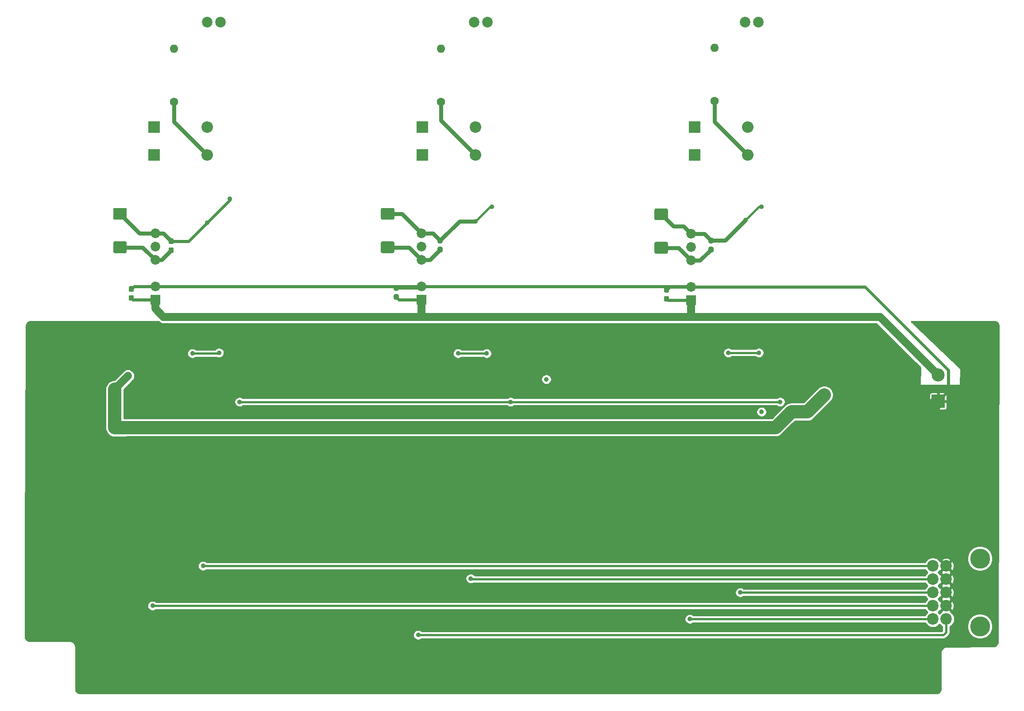
<source format=gbr>
%TF.GenerationSoftware,KiCad,Pcbnew,5.1.10-88a1d61d58~88~ubuntu20.04.1*%
%TF.CreationDate,2021-06-08T11:44:55+07:00*%
%TF.ProjectId,Analog_decoupling,416e616c-6f67-45f6-9465-636f75706c69,rev?*%
%TF.SameCoordinates,Original*%
%TF.FileFunction,Copper,L2,Bot*%
%TF.FilePolarity,Positive*%
%FSLAX46Y46*%
G04 Gerber Fmt 4.6, Leading zero omitted, Abs format (unit mm)*
G04 Created by KiCad (PCBNEW 5.1.10-88a1d61d58~88~ubuntu20.04.1) date 2021-06-08 11:44:55*
%MOMM*%
%LPD*%
G01*
G04 APERTURE LIST*
%TA.AperFunction,ComponentPad*%
%ADD10C,1.850000*%
%TD*%
%TA.AperFunction,ComponentPad*%
%ADD11R,1.850000X1.850000*%
%TD*%
%TA.AperFunction,ConnectorPad*%
%ADD12C,3.800000*%
%TD*%
%TA.AperFunction,ComponentPad*%
%ADD13C,2.600000*%
%TD*%
%TA.AperFunction,ComponentPad*%
%ADD14O,1.600000X1.600000*%
%TD*%
%TA.AperFunction,ComponentPad*%
%ADD15C,1.600000*%
%TD*%
%TA.AperFunction,ComponentPad*%
%ADD16C,2.500000*%
%TD*%
%TA.AperFunction,ComponentPad*%
%ADD17R,2.500000X2.500000*%
%TD*%
%TA.AperFunction,ComponentPad*%
%ADD18C,2.200000*%
%TD*%
%TA.AperFunction,ComponentPad*%
%ADD19C,2.020000*%
%TD*%
%TA.AperFunction,ComponentPad*%
%ADD20O,2.200000X2.200000*%
%TD*%
%TA.AperFunction,ComponentPad*%
%ADD21R,2.200000X2.200000*%
%TD*%
%TA.AperFunction,ViaPad*%
%ADD22C,0.900000*%
%TD*%
%TA.AperFunction,Conductor*%
%ADD23C,0.600000*%
%TD*%
%TA.AperFunction,Conductor*%
%ADD24C,0.800000*%
%TD*%
%TA.AperFunction,Conductor*%
%ADD25C,2.500000*%
%TD*%
%TA.AperFunction,Conductor*%
%ADD26C,1.500000*%
%TD*%
%TA.AperFunction,Conductor*%
%ADD27C,0.400000*%
%TD*%
%TA.AperFunction,Conductor*%
%ADD28C,0.254000*%
%TD*%
%TA.AperFunction,Conductor*%
%ADD29C,0.100000*%
%TD*%
G04 APERTURE END LIST*
D10*
%TO.P,PS3,6*%
%TO.N,Net-(C20-Pad1)*%
X191770000Y-104013000D03*
%TO.P,PS3,5*%
%TO.N,Net-(PS3-Pad5)*%
X191770000Y-106553000D03*
%TO.P,PS3,4*%
%TO.N,Net-(C20-Pad2)*%
X191770000Y-109093000D03*
%TO.P,PS3,2*%
%TO.N,GNDREF*%
X191770000Y-114173000D03*
D11*
%TO.P,PS3,1*%
%TO.N,+24V*%
X191770000Y-116713000D03*
%TD*%
D10*
%TO.P,PS2,6*%
%TO.N,Net-(C11-Pad1)*%
X140208000Y-103886000D03*
%TO.P,PS2,5*%
%TO.N,Net-(PS2-Pad5)*%
X140208000Y-106426000D03*
%TO.P,PS2,4*%
%TO.N,Net-(C11-Pad2)*%
X140208000Y-108966000D03*
%TO.P,PS2,2*%
%TO.N,GNDREF*%
X140208000Y-114046000D03*
D11*
%TO.P,PS2,1*%
%TO.N,+24V*%
X140208000Y-116586000D03*
%TD*%
D10*
%TO.P,PS1,6*%
%TO.N,Net-(C3-Pad1)*%
X89281000Y-103886000D03*
%TO.P,PS1,5*%
%TO.N,Net-(PS1-Pad5)*%
X89281000Y-106426000D03*
%TO.P,PS1,4*%
%TO.N,Net-(C3-Pad2)*%
X89281000Y-108966000D03*
%TO.P,PS1,2*%
%TO.N,GNDREF*%
X89281000Y-114046000D03*
D11*
%TO.P,PS1,1*%
%TO.N,+24V*%
X89281000Y-116586000D03*
%TD*%
D12*
%TO.P,REF\u002A\u002A,1*%
%TO.N,N/C*%
X247015000Y-166116000D03*
D13*
X247015000Y-166116000D03*
%TD*%
D12*
%TO.P,REF\u002A\u002A,1*%
%TO.N,N/C*%
X247015000Y-179070000D03*
D13*
X247015000Y-179070000D03*
%TD*%
D14*
%TO.P,R31,2*%
%TO.N,Net-(L3-Pad2)*%
X196215000Y-68453000D03*
D15*
%TO.P,R31,1*%
%TO.N,Net-(C23-Pad1)*%
X196215000Y-78613000D03*
%TD*%
D14*
%TO.P,R17,2*%
%TO.N,Net-(L2-Pad2)*%
X143891000Y-68580000D03*
D15*
%TO.P,R17,1*%
%TO.N,Net-(C14-Pad1)*%
X143891000Y-78740000D03*
%TD*%
D14*
%TO.P,R3,2*%
%TO.N,Net-(L1-Pad2)*%
X92837000Y-68580000D03*
D15*
%TO.P,R3,1*%
%TO.N,Net-(C7-Pad1)*%
X92837000Y-78740000D03*
%TD*%
D16*
%TO.P,J5,2*%
%TO.N,+24V*%
X239014000Y-131017000D03*
D17*
%TO.P,J5,1*%
%TO.N,GNDREF*%
X239014000Y-136017000D03*
%TD*%
D18*
%TO.P,J4,10*%
%TO.N,/A_CH3_FAULT*%
X237998000Y-177673000D03*
%TO.P,J4,9*%
%TO.N,/A_CH2_FAULT*%
X240538000Y-177673000D03*
%TO.P,J4,8*%
%TO.N,/A_CH1_FAULT*%
X237998000Y-175133000D03*
%TO.P,J4,7*%
%TO.N,GNDREF*%
X240538000Y-175133000D03*
%TO.P,J4,6*%
%TO.N,/ADC3_P*%
X237998000Y-172593000D03*
%TO.P,J4,5*%
%TO.N,GNDREF*%
X240538000Y-172593000D03*
%TO.P,J4,4*%
%TO.N,/ADC2_P*%
X237998000Y-170053000D03*
%TO.P,J4,3*%
%TO.N,GNDREF*%
X240538000Y-170053000D03*
%TO.P,J4,2*%
%TO.N,/ADC1_P*%
X237998000Y-167513000D03*
%TO.P,J4,1*%
%TO.N,GNDREF*%
X240538000Y-167513000D03*
%TD*%
D19*
%TO.P,J3,2*%
%TO.N,Net-(J3-Pad2)*%
X202057000Y-63500000D03*
%TO.P,J3,1*%
%TO.N,Net-(J3-Pad1)*%
X204597000Y-63500000D03*
%TD*%
%TO.P,J2,2*%
%TO.N,Net-(J2-Pad2)*%
X150241000Y-63500000D03*
%TO.P,J2,1*%
%TO.N,Net-(J2-Pad1)*%
X152781000Y-63500000D03*
%TD*%
%TO.P,J1,2*%
%TO.N,Net-(J1-Pad2)*%
X99187000Y-63512700D03*
%TO.P,J1,1*%
%TO.N,Net-(J1-Pad1)*%
X101727000Y-63512700D03*
%TD*%
D20*
%TO.P,D6,2*%
%TO.N,Net-(C20-Pad2)*%
X202565000Y-83566000D03*
D21*
%TO.P,D6,1*%
%TO.N,Net-(D5-Pad1)*%
X192405000Y-83566000D03*
%TD*%
D20*
%TO.P,D5,2*%
%TO.N,Net-(C23-Pad1)*%
X202565000Y-88900000D03*
D21*
%TO.P,D5,1*%
%TO.N,Net-(D5-Pad1)*%
X192405000Y-88900000D03*
%TD*%
D20*
%TO.P,D4,2*%
%TO.N,Net-(C11-Pad2)*%
X150495000Y-83566000D03*
D21*
%TO.P,D4,1*%
%TO.N,Net-(D3-Pad1)*%
X140335000Y-83566000D03*
%TD*%
D20*
%TO.P,D3,2*%
%TO.N,Net-(C14-Pad1)*%
X150495000Y-88900000D03*
D21*
%TO.P,D3,1*%
%TO.N,Net-(D3-Pad1)*%
X140335000Y-88900000D03*
%TD*%
D20*
%TO.P,D2,2*%
%TO.N,Net-(C3-Pad2)*%
X99187000Y-83566000D03*
D21*
%TO.P,D2,1*%
%TO.N,Net-(D1-Pad1)*%
X89027000Y-83566000D03*
%TD*%
D20*
%TO.P,D1,2*%
%TO.N,Net-(C7-Pad1)*%
X99187000Y-88900000D03*
D21*
%TO.P,D1,1*%
%TO.N,Net-(D1-Pad1)*%
X89027000Y-88900000D03*
%TD*%
%TO.P,C21,2*%
%TO.N,Net-(C20-Pad2)*%
%TA.AperFunction,SMDPad,CuDef*%
G36*
G01*
X185029999Y-105555000D02*
X187080001Y-105555000D01*
G75*
G02*
X187330000Y-105804999I0J-249999D01*
G01*
X187330000Y-107555001D01*
G75*
G02*
X187080001Y-107805000I-249999J0D01*
G01*
X185029999Y-107805000D01*
G75*
G02*
X184780000Y-107555001I0J249999D01*
G01*
X184780000Y-105804999D01*
G75*
G02*
X185029999Y-105555000I249999J0D01*
G01*
G37*
%TD.AperFunction*%
%TO.P,C21,1*%
%TO.N,Net-(C20-Pad1)*%
%TA.AperFunction,SMDPad,CuDef*%
G36*
G01*
X185029999Y-99155000D02*
X187080001Y-99155000D01*
G75*
G02*
X187330000Y-99404999I0J-249999D01*
G01*
X187330000Y-101155001D01*
G75*
G02*
X187080001Y-101405000I-249999J0D01*
G01*
X185029999Y-101405000D01*
G75*
G02*
X184780000Y-101155001I0J249999D01*
G01*
X184780000Y-99404999D01*
G75*
G02*
X185029999Y-99155000I249999J0D01*
G01*
G37*
%TD.AperFunction*%
%TD*%
%TO.P,C20,2*%
%TO.N,Net-(C20-Pad2)*%
%TA.AperFunction,SMDPad,CuDef*%
G36*
G01*
X195342500Y-106470500D02*
X195817500Y-106470500D01*
G75*
G02*
X196055000Y-106708000I0J-237500D01*
G01*
X196055000Y-107308000D01*
G75*
G02*
X195817500Y-107545500I-237500J0D01*
G01*
X195342500Y-107545500D01*
G75*
G02*
X195105000Y-107308000I0J237500D01*
G01*
X195105000Y-106708000D01*
G75*
G02*
X195342500Y-106470500I237500J0D01*
G01*
G37*
%TD.AperFunction*%
%TO.P,C20,1*%
%TO.N,Net-(C20-Pad1)*%
%TA.AperFunction,SMDPad,CuDef*%
G36*
G01*
X195342500Y-104745500D02*
X195817500Y-104745500D01*
G75*
G02*
X196055000Y-104983000I0J-237500D01*
G01*
X196055000Y-105583000D01*
G75*
G02*
X195817500Y-105820500I-237500J0D01*
G01*
X195342500Y-105820500D01*
G75*
G02*
X195105000Y-105583000I0J237500D01*
G01*
X195105000Y-104983000D01*
G75*
G02*
X195342500Y-104745500I237500J0D01*
G01*
G37*
%TD.AperFunction*%
%TD*%
%TO.P,C19,2*%
%TO.N,GNDREF*%
%TA.AperFunction,SMDPad,CuDef*%
G36*
G01*
X187308500Y-115245000D02*
X186833500Y-115245000D01*
G75*
G02*
X186596000Y-115007500I0J237500D01*
G01*
X186596000Y-114407500D01*
G75*
G02*
X186833500Y-114170000I237500J0D01*
G01*
X187308500Y-114170000D01*
G75*
G02*
X187546000Y-114407500I0J-237500D01*
G01*
X187546000Y-115007500D01*
G75*
G02*
X187308500Y-115245000I-237500J0D01*
G01*
G37*
%TD.AperFunction*%
%TO.P,C19,1*%
%TO.N,+24V*%
%TA.AperFunction,SMDPad,CuDef*%
G36*
G01*
X187308500Y-116970000D02*
X186833500Y-116970000D01*
G75*
G02*
X186596000Y-116732500I0J237500D01*
G01*
X186596000Y-116132500D01*
G75*
G02*
X186833500Y-115895000I237500J0D01*
G01*
X187308500Y-115895000D01*
G75*
G02*
X187546000Y-116132500I0J-237500D01*
G01*
X187546000Y-116732500D01*
G75*
G02*
X187308500Y-116970000I-237500J0D01*
G01*
G37*
%TD.AperFunction*%
%TD*%
%TO.P,C12,2*%
%TO.N,Net-(C11-Pad2)*%
%TA.AperFunction,SMDPad,CuDef*%
G36*
G01*
X132705999Y-105453000D02*
X134756001Y-105453000D01*
G75*
G02*
X135006000Y-105702999I0J-249999D01*
G01*
X135006000Y-107453001D01*
G75*
G02*
X134756001Y-107703000I-249999J0D01*
G01*
X132705999Y-107703000D01*
G75*
G02*
X132456000Y-107453001I0J249999D01*
G01*
X132456000Y-105702999D01*
G75*
G02*
X132705999Y-105453000I249999J0D01*
G01*
G37*
%TD.AperFunction*%
%TO.P,C12,1*%
%TO.N,Net-(C11-Pad1)*%
%TA.AperFunction,SMDPad,CuDef*%
G36*
G01*
X132705999Y-99053000D02*
X134756001Y-99053000D01*
G75*
G02*
X135006000Y-99302999I0J-249999D01*
G01*
X135006000Y-101053001D01*
G75*
G02*
X134756001Y-101303000I-249999J0D01*
G01*
X132705999Y-101303000D01*
G75*
G02*
X132456000Y-101053001I0J249999D01*
G01*
X132456000Y-99302999D01*
G75*
G02*
X132705999Y-99053000I249999J0D01*
G01*
G37*
%TD.AperFunction*%
%TD*%
%TO.P,C11,2*%
%TO.N,Net-(C11-Pad2)*%
%TA.AperFunction,SMDPad,CuDef*%
G36*
G01*
X143526500Y-106470500D02*
X144001500Y-106470500D01*
G75*
G02*
X144239000Y-106708000I0J-237500D01*
G01*
X144239000Y-107308000D01*
G75*
G02*
X144001500Y-107545500I-237500J0D01*
G01*
X143526500Y-107545500D01*
G75*
G02*
X143289000Y-107308000I0J237500D01*
G01*
X143289000Y-106708000D01*
G75*
G02*
X143526500Y-106470500I237500J0D01*
G01*
G37*
%TD.AperFunction*%
%TO.P,C11,1*%
%TO.N,Net-(C11-Pad1)*%
%TA.AperFunction,SMDPad,CuDef*%
G36*
G01*
X143526500Y-104745500D02*
X144001500Y-104745500D01*
G75*
G02*
X144239000Y-104983000I0J-237500D01*
G01*
X144239000Y-105583000D01*
G75*
G02*
X144001500Y-105820500I-237500J0D01*
G01*
X143526500Y-105820500D01*
G75*
G02*
X143289000Y-105583000I0J237500D01*
G01*
X143289000Y-104983000D01*
G75*
G02*
X143526500Y-104745500I237500J0D01*
G01*
G37*
%TD.AperFunction*%
%TD*%
%TO.P,C10,2*%
%TO.N,GNDREF*%
%TA.AperFunction,SMDPad,CuDef*%
G36*
G01*
X135619500Y-114890500D02*
X135144500Y-114890500D01*
G75*
G02*
X134907000Y-114653000I0J237500D01*
G01*
X134907000Y-114053000D01*
G75*
G02*
X135144500Y-113815500I237500J0D01*
G01*
X135619500Y-113815500D01*
G75*
G02*
X135857000Y-114053000I0J-237500D01*
G01*
X135857000Y-114653000D01*
G75*
G02*
X135619500Y-114890500I-237500J0D01*
G01*
G37*
%TD.AperFunction*%
%TO.P,C10,1*%
%TO.N,+24V*%
%TA.AperFunction,SMDPad,CuDef*%
G36*
G01*
X135619500Y-116615500D02*
X135144500Y-116615500D01*
G75*
G02*
X134907000Y-116378000I0J237500D01*
G01*
X134907000Y-115778000D01*
G75*
G02*
X135144500Y-115540500I237500J0D01*
G01*
X135619500Y-115540500D01*
G75*
G02*
X135857000Y-115778000I0J-237500D01*
G01*
X135857000Y-116378000D01*
G75*
G02*
X135619500Y-116615500I-237500J0D01*
G01*
G37*
%TD.AperFunction*%
%TD*%
%TO.P,C4,2*%
%TO.N,Net-(C3-Pad2)*%
%TA.AperFunction,SMDPad,CuDef*%
G36*
G01*
X81524999Y-105453000D02*
X83575001Y-105453000D01*
G75*
G02*
X83825000Y-105702999I0J-249999D01*
G01*
X83825000Y-107453001D01*
G75*
G02*
X83575001Y-107703000I-249999J0D01*
G01*
X81524999Y-107703000D01*
G75*
G02*
X81275000Y-107453001I0J249999D01*
G01*
X81275000Y-105702999D01*
G75*
G02*
X81524999Y-105453000I249999J0D01*
G01*
G37*
%TD.AperFunction*%
%TO.P,C4,1*%
%TO.N,Net-(C3-Pad1)*%
%TA.AperFunction,SMDPad,CuDef*%
G36*
G01*
X81524999Y-99053000D02*
X83575001Y-99053000D01*
G75*
G02*
X83825000Y-99302999I0J-249999D01*
G01*
X83825000Y-101053001D01*
G75*
G02*
X83575001Y-101303000I-249999J0D01*
G01*
X81524999Y-101303000D01*
G75*
G02*
X81275000Y-101053001I0J249999D01*
G01*
X81275000Y-99302999D01*
G75*
G02*
X81524999Y-99053000I249999J0D01*
G01*
G37*
%TD.AperFunction*%
%TD*%
%TO.P,C3,2*%
%TO.N,Net-(C3-Pad2)*%
%TA.AperFunction,SMDPad,CuDef*%
G36*
G01*
X92091500Y-106597500D02*
X92566500Y-106597500D01*
G75*
G02*
X92804000Y-106835000I0J-237500D01*
G01*
X92804000Y-107435000D01*
G75*
G02*
X92566500Y-107672500I-237500J0D01*
G01*
X92091500Y-107672500D01*
G75*
G02*
X91854000Y-107435000I0J237500D01*
G01*
X91854000Y-106835000D01*
G75*
G02*
X92091500Y-106597500I237500J0D01*
G01*
G37*
%TD.AperFunction*%
%TO.P,C3,1*%
%TO.N,Net-(C3-Pad1)*%
%TA.AperFunction,SMDPad,CuDef*%
G36*
G01*
X92091500Y-104872500D02*
X92566500Y-104872500D01*
G75*
G02*
X92804000Y-105110000I0J-237500D01*
G01*
X92804000Y-105710000D01*
G75*
G02*
X92566500Y-105947500I-237500J0D01*
G01*
X92091500Y-105947500D01*
G75*
G02*
X91854000Y-105710000I0J237500D01*
G01*
X91854000Y-105110000D01*
G75*
G02*
X92091500Y-104872500I237500J0D01*
G01*
G37*
%TD.AperFunction*%
%TD*%
%TO.P,C1,2*%
%TO.N,GNDREF*%
%TA.AperFunction,SMDPad,CuDef*%
G36*
G01*
X84946500Y-115091500D02*
X84471500Y-115091500D01*
G75*
G02*
X84234000Y-114854000I0J237500D01*
G01*
X84234000Y-114254000D01*
G75*
G02*
X84471500Y-114016500I237500J0D01*
G01*
X84946500Y-114016500D01*
G75*
G02*
X85184000Y-114254000I0J-237500D01*
G01*
X85184000Y-114854000D01*
G75*
G02*
X84946500Y-115091500I-237500J0D01*
G01*
G37*
%TD.AperFunction*%
%TO.P,C1,1*%
%TO.N,+24V*%
%TA.AperFunction,SMDPad,CuDef*%
G36*
G01*
X84946500Y-116816500D02*
X84471500Y-116816500D01*
G75*
G02*
X84234000Y-116579000I0J237500D01*
G01*
X84234000Y-115979000D01*
G75*
G02*
X84471500Y-115741500I237500J0D01*
G01*
X84946500Y-115741500D01*
G75*
G02*
X85184000Y-115979000I0J-237500D01*
G01*
X85184000Y-116579000D01*
G75*
G02*
X84946500Y-116816500I-237500J0D01*
G01*
G37*
%TD.AperFunction*%
%TD*%
D22*
%TO.N,+5V_Analog*%
X210947000Y-138049000D03*
%TO.N,GNDREF*%
X91567000Y-130556000D03*
X99695000Y-128270000D03*
X84074000Y-138938000D03*
X151130000Y-128143000D03*
X202819000Y-128270000D03*
X90297000Y-126365000D03*
X147193000Y-122809000D03*
X144960001Y-132895001D03*
X186055000Y-149860000D03*
X236728000Y-138303000D03*
X235331000Y-139700000D03*
X233959000Y-141097000D03*
X231952500Y-141097000D03*
X229946000Y-141097000D03*
X227939500Y-141097000D03*
X225933000Y-141097000D03*
X219202000Y-141097000D03*
X192913000Y-125984000D03*
X195860001Y-132233001D03*
X206756000Y-122682000D03*
X104394000Y-124460000D03*
X135937011Y-143938011D03*
X144986989Y-143938011D03*
X152860989Y-143938011D03*
X157305989Y-143938011D03*
X161496989Y-143938011D03*
X196294989Y-143938011D03*
X93551989Y-143938011D03*
X84074000Y-143938011D03*
X103711989Y-143938011D03*
X232029000Y-136017000D03*
X232029000Y-138557000D03*
X236855000Y-141097000D03*
X239014000Y-141097000D03*
X241427000Y-141097000D03*
X243967000Y-141097000D03*
X232029000Y-133604000D03*
X155194000Y-122555000D03*
X98679000Y-136906000D03*
X150495000Y-137287000D03*
X202819000Y-137287000D03*
%TO.N,Net-(C3-Pad1)*%
X99187000Y-101854000D03*
X103505000Y-97282000D03*
%TO.N,+5V_Analog*%
X84074000Y-131191000D03*
X205232000Y-138049000D03*
X164084000Y-131826000D03*
X212471000Y-138049000D03*
X213995000Y-138049000D03*
X215011000Y-137033000D03*
X216090500Y-135953500D03*
X217233500Y-134810500D03*
X101727000Y-141097000D03*
X106560001Y-141089999D03*
X131953000Y-140970000D03*
X154432000Y-141097000D03*
X163295500Y-141123500D03*
X165354000Y-141097000D03*
X184023000Y-140970000D03*
%TO.N,/ADC1_P*%
X98425000Y-167513000D03*
%TO.N,Net-(C11-Pad1)*%
X150495000Y-101600000D03*
X153670000Y-98806000D03*
%TO.N,/ADC2_P*%
X149606000Y-169926000D03*
%TO.N,/Ref_1\u002C65V*%
X105410000Y-136144000D03*
X157226000Y-136144000D03*
X208788000Y-136144000D03*
%TO.N,Net-(C20-Pad1)*%
X202184000Y-101346000D03*
X205232000Y-98806000D03*
%TO.N,/ADC3_P*%
X201168000Y-172593000D03*
%TO.N,Net-(R1-Pad1)*%
X96393000Y-126873000D03*
X101473000Y-126746000D03*
%TO.N,/A_CH1_FAULT*%
X88773000Y-175133000D03*
%TO.N,Net-(R15-Pad1)*%
X147193000Y-126873000D03*
X152654000Y-126873000D03*
%TO.N,/A_CH2_FAULT*%
X139573000Y-180721000D03*
%TO.N,Net-(R29-Pad1)*%
X198882000Y-126746000D03*
X204724000Y-126746000D03*
%TO.N,/A_CH3_FAULT*%
X191516000Y-177673000D03*
%TD*%
D23*
%TO.N,GNDREF*%
X85217000Y-114046000D02*
X84709000Y-114554000D01*
X89281000Y-114046000D02*
X85217000Y-114046000D01*
X139901000Y-114353000D02*
X140208000Y-114046000D01*
X135382000Y-114353000D02*
X139901000Y-114353000D01*
X187605500Y-114173000D02*
X187071000Y-114707500D01*
X191770000Y-114173000D02*
X187605500Y-114173000D01*
X191643000Y-114046000D02*
X191770000Y-114173000D01*
X89281000Y-114046000D02*
X191643000Y-114046000D01*
X240964001Y-134066999D02*
X239014000Y-136017000D01*
X240964001Y-130080999D02*
X240964001Y-134066999D01*
X225056002Y-114173000D02*
X240964001Y-130080999D01*
X191770000Y-114173000D02*
X225056002Y-114173000D01*
D24*
X84074000Y-138049000D02*
X91567000Y-130556000D01*
X84074000Y-138938000D02*
X84074000Y-138049000D01*
D25*
X239014000Y-136017000D02*
X236728000Y-138303000D01*
X234061000Y-140970000D02*
X233959000Y-141072000D01*
X233934000Y-141097000D02*
X231775000Y-141097000D01*
D24*
X97409000Y-130556000D02*
X99695000Y-128270000D01*
X91567000Y-130556000D02*
X97409000Y-130556000D01*
X90297000Y-129286000D02*
X91567000Y-130556000D01*
X90297000Y-126365000D02*
X90297000Y-129286000D01*
X144960001Y-125041999D02*
X144960001Y-132895001D01*
X147193000Y-122809000D02*
X144960001Y-125041999D01*
D25*
X236728000Y-138303000D02*
X235331000Y-139700000D01*
X235331000Y-139700000D02*
X234061000Y-140970000D01*
X233959000Y-141072000D02*
X233934000Y-141097000D01*
X231775000Y-141097000D02*
X229616000Y-141097000D01*
X229616000Y-141097000D02*
X227965000Y-141097000D01*
X227965000Y-141097000D02*
X225933000Y-141097000D01*
X225933000Y-141097000D02*
X219202000Y-141097000D01*
D23*
X192913000Y-129286000D02*
X195860001Y-132233001D01*
X192913000Y-125984000D02*
X192913000Y-129286000D01*
X198855999Y-132233001D02*
X202819000Y-128270000D01*
X195860001Y-132233001D02*
X198855999Y-132233001D01*
D25*
X219202000Y-141097000D02*
X212000232Y-141097000D01*
X212000232Y-141097000D02*
X209159222Y-143938011D01*
X133350000Y-143938011D02*
X133350000Y-143938011D01*
X135937011Y-143938011D02*
X133350000Y-143938011D01*
X209159222Y-143938011D02*
X196294989Y-143938011D01*
X144986989Y-143938011D02*
X135937011Y-143938011D01*
X152860989Y-143938011D02*
X144986989Y-143938011D01*
X157305989Y-143938011D02*
X152860989Y-143938011D01*
X161496989Y-143938011D02*
X157305989Y-143938011D01*
X196294989Y-143938011D02*
X161496989Y-143938011D01*
X133350000Y-143938011D02*
X103711989Y-143938011D01*
X93551989Y-143938011D02*
X84074000Y-143938011D01*
X84074000Y-143938011D02*
X84074000Y-143938011D01*
X103711989Y-143938011D02*
X93551989Y-143938011D01*
D23*
%TO.N,+24V*%
X85016000Y-116586000D02*
X84709000Y-116279000D01*
X89281000Y-116586000D02*
X85016000Y-116586000D01*
X135890000Y-116586000D02*
X135382000Y-116078000D01*
X140208000Y-116586000D02*
X135890000Y-116586000D01*
D26*
X89281000Y-118311000D02*
X90858000Y-119888000D01*
X89281000Y-116586000D02*
X89281000Y-118311000D01*
X90858000Y-119888000D02*
X136906000Y-119888000D01*
X143510000Y-119888000D02*
X188595000Y-119888000D01*
X227885000Y-119888000D02*
X239014000Y-131017000D01*
X140208000Y-119507000D02*
X140589000Y-119888000D01*
X140208000Y-116586000D02*
X140208000Y-119507000D01*
X140589000Y-119888000D02*
X136906000Y-119888000D01*
X143510000Y-119888000D02*
X140589000Y-119888000D01*
X191770000Y-119507000D02*
X192151000Y-119888000D01*
X191770000Y-116713000D02*
X191770000Y-119507000D01*
X192151000Y-119888000D02*
X227885000Y-119888000D01*
X188595000Y-119888000D02*
X192151000Y-119888000D01*
D23*
X187351500Y-116713000D02*
X187071000Y-116432500D01*
X191770000Y-116713000D02*
X187351500Y-116713000D01*
D24*
%TO.N,Net-(C3-Pad2)*%
X90498000Y-108966000D02*
X92329000Y-107135000D01*
X89281000Y-108966000D02*
X90498000Y-108966000D01*
X86893000Y-106578000D02*
X89281000Y-108966000D01*
X82550000Y-106578000D02*
X86893000Y-106578000D01*
%TO.N,Net-(C3-Pad1)*%
X90805000Y-103886000D02*
X92329000Y-105410000D01*
X89281000Y-103886000D02*
X90805000Y-103886000D01*
D23*
X95631000Y-105410000D02*
X92329000Y-105410000D01*
X99187000Y-101854000D02*
X95631000Y-105410000D01*
X103505000Y-97536000D02*
X103505000Y-97282000D01*
X99187000Y-101854000D02*
X103505000Y-97536000D01*
D24*
X86258000Y-103886000D02*
X82550000Y-100178000D01*
X89281000Y-103886000D02*
X86258000Y-103886000D01*
D26*
%TO.N,+5V_Analog*%
X81534000Y-133731000D02*
X84074000Y-131191000D01*
D25*
X81592999Y-141038001D02*
X81534000Y-141097000D01*
X81534000Y-141097000D02*
X81534000Y-133731000D01*
X207957999Y-141038001D02*
X81592999Y-141038001D01*
X210947000Y-138049000D02*
X207957999Y-141038001D01*
X210947000Y-138049000D02*
X213995000Y-138049000D01*
X213995000Y-138049000D02*
X217233500Y-134810500D01*
D24*
%TO.N,Net-(C7-Pad1)*%
X92837000Y-82550000D02*
X99187000Y-88900000D01*
X92837000Y-78740000D02*
X92837000Y-82550000D01*
D27*
%TO.N,/ADC1_P*%
X237998000Y-167513000D02*
X98425000Y-167513000D01*
D24*
%TO.N,Net-(C11-Pad1)*%
X142367000Y-103886000D02*
X143764000Y-105283000D01*
X140208000Y-103886000D02*
X142367000Y-103886000D01*
X147447000Y-101600000D02*
X143764000Y-105283000D01*
X150495000Y-101600000D02*
X147447000Y-101600000D01*
D27*
X153289000Y-98806000D02*
X153670000Y-98806000D01*
X150495000Y-101600000D02*
X153289000Y-98806000D01*
D24*
X136500000Y-100178000D02*
X140208000Y-103886000D01*
X133731000Y-100178000D02*
X136500000Y-100178000D01*
%TO.N,Net-(C11-Pad2)*%
X141806000Y-108966000D02*
X143764000Y-107008000D01*
X140208000Y-108966000D02*
X141806000Y-108966000D01*
X137820000Y-106578000D02*
X140208000Y-108966000D01*
X133731000Y-106578000D02*
X137820000Y-106578000D01*
%TO.N,Net-(C14-Pad1)*%
X143891000Y-82296000D02*
X143891000Y-78740000D01*
X150495000Y-88900000D02*
X143891000Y-82296000D01*
D27*
%TO.N,/ADC2_P*%
X149733000Y-170053000D02*
X149606000Y-169926000D01*
X237998000Y-170053000D02*
X149733000Y-170053000D01*
%TO.N,/Ref_1\u002C65V*%
X105410000Y-136144000D02*
X157226000Y-136144000D01*
X208788000Y-136144000D02*
X157226000Y-136144000D01*
D24*
%TO.N,Net-(C20-Pad1)*%
X190323000Y-102566000D02*
X191770000Y-104013000D01*
X194310000Y-104013000D02*
X195580000Y-105283000D01*
X191770000Y-104013000D02*
X194310000Y-104013000D01*
D27*
X204724000Y-98806000D02*
X205232000Y-98806000D01*
X202184000Y-101346000D02*
X204724000Y-98806000D01*
D24*
X198247000Y-105283000D02*
X202184000Y-101346000D01*
X195580000Y-105283000D02*
X198247000Y-105283000D01*
X188341000Y-102566000D02*
X186055000Y-100280000D01*
X190323000Y-102566000D02*
X188341000Y-102566000D01*
%TO.N,Net-(C20-Pad2)*%
X191643000Y-108966000D02*
X191770000Y-109093000D01*
X193495000Y-109093000D02*
X195580000Y-107008000D01*
X191770000Y-109093000D02*
X193495000Y-109093000D01*
X189357000Y-106680000D02*
X191770000Y-109093000D01*
X186055000Y-106680000D02*
X189357000Y-106680000D01*
%TO.N,Net-(C23-Pad1)*%
X196215000Y-82550000D02*
X202565000Y-88900000D01*
X196215000Y-78613000D02*
X196215000Y-82550000D01*
D27*
%TO.N,/ADC3_P*%
X237998000Y-172593000D02*
X201168000Y-172593000D01*
%TO.N,Net-(R1-Pad1)*%
X101346000Y-126873000D02*
X101473000Y-126746000D01*
X96393000Y-126873000D02*
X101346000Y-126873000D01*
%TO.N,/A_CH1_FAULT*%
X237998000Y-175133000D02*
X88773000Y-175133000D01*
%TO.N,Net-(R15-Pad1)*%
X147193000Y-126873000D02*
X152654000Y-126873000D01*
%TO.N,/A_CH2_FAULT*%
X240538000Y-177673000D02*
X240538000Y-180213000D01*
X240538000Y-180213000D02*
X240030000Y-180721000D01*
X240030000Y-180721000D02*
X139573000Y-180721000D01*
%TO.N,Net-(R29-Pad1)*%
X198882000Y-126746000D02*
X204724000Y-126746000D01*
%TO.N,/A_CH3_FAULT*%
X237998000Y-177673000D02*
X191516000Y-177673000D01*
%TD*%
D28*
%TO.N,GNDREF*%
X89950656Y-120795344D02*
X90145104Y-120954924D01*
X90366947Y-121073501D01*
X90366949Y-121073502D01*
X90607664Y-121146522D01*
X90858000Y-121171178D01*
X90920726Y-121165000D01*
X140526281Y-121165000D01*
X140588999Y-121171177D01*
X140651718Y-121165000D01*
X192088281Y-121165000D01*
X192150999Y-121171177D01*
X192213718Y-121165000D01*
X227157394Y-121165000D01*
X235583984Y-129591590D01*
X235521523Y-132839558D01*
X235523940Y-132866776D01*
X235531167Y-132890601D01*
X235542903Y-132912557D01*
X235558697Y-132931803D01*
X235577943Y-132947597D01*
X235599899Y-132959333D01*
X235623724Y-132966560D01*
X235648500Y-132969000D01*
X243141500Y-132969000D01*
X243163563Y-132967069D01*
X243187539Y-132960361D01*
X243209746Y-132949105D01*
X243229330Y-132933733D01*
X243245538Y-132914836D01*
X243257749Y-132893139D01*
X243265492Y-132869478D01*
X243268470Y-132844760D01*
X243331970Y-129923760D01*
X243329050Y-129893786D01*
X243321357Y-129870108D01*
X243309193Y-129848386D01*
X243293025Y-129829454D01*
X233878473Y-120777000D01*
X249752190Y-120777000D01*
X249928961Y-120794444D01*
X250092901Y-120844278D01*
X250243944Y-120925197D01*
X250376247Y-121034072D01*
X250484726Y-121166718D01*
X250565180Y-121318000D01*
X250614512Y-121482091D01*
X250631418Y-121658926D01*
X250447030Y-182015003D01*
X250429441Y-182189769D01*
X250380211Y-182351877D01*
X250300571Y-182501426D01*
X250193532Y-182632752D01*
X250063123Y-182740917D01*
X249914271Y-182821832D01*
X249752580Y-182872452D01*
X249577980Y-182891539D01*
X240635896Y-182995516D01*
X240623548Y-182996262D01*
X240430116Y-183017445D01*
X240405929Y-183022512D01*
X240220262Y-183080754D01*
X240197513Y-183090410D01*
X240026641Y-183183507D01*
X240006194Y-183197386D01*
X239856586Y-183321813D01*
X239839213Y-183339389D01*
X239716535Y-183490433D01*
X239702895Y-183511040D01*
X239611791Y-183682983D01*
X239602401Y-183705842D01*
X239546321Y-183892174D01*
X239541535Y-183916419D01*
X239522603Y-184110084D01*
X239522000Y-184122440D01*
X239522000Y-191017766D01*
X239504624Y-191194189D01*
X239454978Y-191357850D01*
X239374362Y-191508672D01*
X239265870Y-191640870D01*
X239133672Y-191749362D01*
X238982850Y-191829978D01*
X238819189Y-191879624D01*
X238642766Y-191897000D01*
X74920234Y-191897000D01*
X74743811Y-191879624D01*
X74580150Y-191829978D01*
X74429328Y-191749362D01*
X74297130Y-191640870D01*
X74188638Y-191508672D01*
X74108022Y-191357850D01*
X74058376Y-191194189D01*
X74041000Y-191017766D01*
X74041000Y-182991000D01*
X74040388Y-182978552D01*
X74021173Y-182783462D01*
X74016317Y-182759044D01*
X73959412Y-182571451D01*
X73949884Y-182548450D01*
X73857474Y-182375563D01*
X73843642Y-182354862D01*
X73719279Y-182203325D01*
X73701675Y-182185721D01*
X73550138Y-182061358D01*
X73529437Y-182047526D01*
X73356550Y-181955116D01*
X73333549Y-181945588D01*
X73145956Y-181888683D01*
X73121538Y-181883827D01*
X72926448Y-181864612D01*
X72914000Y-181864000D01*
X65271361Y-181864000D01*
X65094585Y-181846554D01*
X64930638Y-181796717D01*
X64779595Y-181715795D01*
X64647284Y-181606909D01*
X64538810Y-181474259D01*
X64458359Y-181322971D01*
X64409031Y-181158868D01*
X64392133Y-180982034D01*
X64410596Y-175036774D01*
X87796000Y-175036774D01*
X87796000Y-175229226D01*
X87833546Y-175417980D01*
X87907194Y-175595783D01*
X88014115Y-175755801D01*
X88150199Y-175891885D01*
X88310217Y-175998806D01*
X88488020Y-176072454D01*
X88676774Y-176110000D01*
X88869226Y-176110000D01*
X89057980Y-176072454D01*
X89235783Y-175998806D01*
X89395801Y-175891885D01*
X89427686Y-175860000D01*
X236538082Y-175860000D01*
X236556172Y-175903673D01*
X236734227Y-176170152D01*
X236960848Y-176396773D01*
X236970167Y-176403000D01*
X236960848Y-176409227D01*
X236734227Y-176635848D01*
X236556172Y-176902327D01*
X236538082Y-176946000D01*
X192170686Y-176946000D01*
X192138801Y-176914115D01*
X191978783Y-176807194D01*
X191800980Y-176733546D01*
X191612226Y-176696000D01*
X191419774Y-176696000D01*
X191231020Y-176733546D01*
X191053217Y-176807194D01*
X190893199Y-176914115D01*
X190757115Y-177050199D01*
X190650194Y-177210217D01*
X190576546Y-177388020D01*
X190539000Y-177576774D01*
X190539000Y-177769226D01*
X190576546Y-177957980D01*
X190650194Y-178135783D01*
X190757115Y-178295801D01*
X190893199Y-178431885D01*
X191053217Y-178538806D01*
X191231020Y-178612454D01*
X191419774Y-178650000D01*
X191612226Y-178650000D01*
X191800980Y-178612454D01*
X191978783Y-178538806D01*
X192138801Y-178431885D01*
X192170686Y-178400000D01*
X236538082Y-178400000D01*
X236556172Y-178443673D01*
X236734227Y-178710152D01*
X236960848Y-178936773D01*
X237227327Y-179114828D01*
X237523422Y-179237475D01*
X237837755Y-179300000D01*
X238158245Y-179300000D01*
X238472578Y-179237475D01*
X238768673Y-179114828D01*
X239035152Y-178936773D01*
X239261773Y-178710152D01*
X239268000Y-178700833D01*
X239274227Y-178710152D01*
X239500848Y-178936773D01*
X239767327Y-179114828D01*
X239811001Y-179132918D01*
X239811001Y-179911867D01*
X239728868Y-179994000D01*
X140227686Y-179994000D01*
X140195801Y-179962115D01*
X140035783Y-179855194D01*
X139857980Y-179781546D01*
X139669226Y-179744000D01*
X139476774Y-179744000D01*
X139288020Y-179781546D01*
X139110217Y-179855194D01*
X138950199Y-179962115D01*
X138814115Y-180098199D01*
X138707194Y-180258217D01*
X138633546Y-180436020D01*
X138596000Y-180624774D01*
X138596000Y-180817226D01*
X138633546Y-181005980D01*
X138707194Y-181183783D01*
X138814115Y-181343801D01*
X138950199Y-181479885D01*
X139110217Y-181586806D01*
X139288020Y-181660454D01*
X139476774Y-181698000D01*
X139669226Y-181698000D01*
X139857980Y-181660454D01*
X140035783Y-181586806D01*
X140195801Y-181479885D01*
X140227686Y-181448000D01*
X239994292Y-181448000D01*
X240030000Y-181451517D01*
X240172517Y-181437480D01*
X240309557Y-181395910D01*
X240435853Y-181328403D01*
X240546554Y-181237554D01*
X240569325Y-181209807D01*
X241026811Y-180752322D01*
X241054554Y-180729554D01*
X241145403Y-180618853D01*
X241212910Y-180492557D01*
X241254480Y-180355517D01*
X241265000Y-180248708D01*
X241265000Y-180248706D01*
X241268517Y-180213001D01*
X241265000Y-180177295D01*
X241265000Y-179132918D01*
X241308673Y-179114828D01*
X241575152Y-178936773D01*
X241680964Y-178830961D01*
X244588000Y-178830961D01*
X244588000Y-179309039D01*
X244681268Y-179777930D01*
X244864221Y-180219615D01*
X245129826Y-180617122D01*
X245467878Y-180955174D01*
X245865385Y-181220779D01*
X246307070Y-181403732D01*
X246775961Y-181497000D01*
X247254039Y-181497000D01*
X247722930Y-181403732D01*
X248164615Y-181220779D01*
X248562122Y-180955174D01*
X248900174Y-180617122D01*
X249165779Y-180219615D01*
X249348732Y-179777930D01*
X249442000Y-179309039D01*
X249442000Y-178830961D01*
X249348732Y-178362070D01*
X249165779Y-177920385D01*
X248900174Y-177522878D01*
X248562122Y-177184826D01*
X248164615Y-176919221D01*
X247722930Y-176736268D01*
X247254039Y-176643000D01*
X246775961Y-176643000D01*
X246307070Y-176736268D01*
X245865385Y-176919221D01*
X245467878Y-177184826D01*
X245129826Y-177522878D01*
X244864221Y-177920385D01*
X244681268Y-178362070D01*
X244588000Y-178830961D01*
X241680964Y-178830961D01*
X241801773Y-178710152D01*
X241979828Y-178443673D01*
X242102475Y-178147578D01*
X242165000Y-177833245D01*
X242165000Y-177512755D01*
X242102475Y-177198422D01*
X241979828Y-176902327D01*
X241801773Y-176635848D01*
X241575152Y-176409227D01*
X241413414Y-176301157D01*
X241453688Y-176228294D01*
X240538000Y-175312605D01*
X239622312Y-176228294D01*
X239662586Y-176301157D01*
X239500848Y-176409227D01*
X239274227Y-176635848D01*
X239268000Y-176645167D01*
X239261773Y-176635848D01*
X239035152Y-176409227D01*
X239025833Y-176403000D01*
X239035152Y-176396773D01*
X239261773Y-176170152D01*
X239369843Y-176008414D01*
X239442706Y-176048688D01*
X240358395Y-175133000D01*
X240717605Y-175133000D01*
X241633294Y-176048688D01*
X241849736Y-175929052D01*
X241979833Y-175657849D01*
X242054521Y-175366476D01*
X242070930Y-175066131D01*
X242028430Y-174768356D01*
X241928653Y-174484594D01*
X241849736Y-174336948D01*
X241633294Y-174217312D01*
X240717605Y-175133000D01*
X240358395Y-175133000D01*
X239442706Y-174217312D01*
X239369843Y-174257586D01*
X239261773Y-174095848D01*
X239035152Y-173869227D01*
X239025833Y-173863000D01*
X239035152Y-173856773D01*
X239203631Y-173688294D01*
X239622312Y-173688294D01*
X239718879Y-173863000D01*
X239622312Y-174037706D01*
X240538000Y-174953395D01*
X241453688Y-174037706D01*
X241357121Y-173863000D01*
X241453688Y-173688294D01*
X240538000Y-172772605D01*
X239622312Y-173688294D01*
X239203631Y-173688294D01*
X239261773Y-173630152D01*
X239369843Y-173468414D01*
X239442706Y-173508688D01*
X240358395Y-172593000D01*
X240717605Y-172593000D01*
X241633294Y-173508688D01*
X241849736Y-173389052D01*
X241979833Y-173117849D01*
X242054521Y-172826476D01*
X242070930Y-172526131D01*
X242028430Y-172228356D01*
X241928653Y-171944594D01*
X241849736Y-171796948D01*
X241633294Y-171677312D01*
X240717605Y-172593000D01*
X240358395Y-172593000D01*
X239442706Y-171677312D01*
X239369843Y-171717586D01*
X239261773Y-171555848D01*
X239035152Y-171329227D01*
X239025833Y-171323000D01*
X239035152Y-171316773D01*
X239203631Y-171148294D01*
X239622312Y-171148294D01*
X239718879Y-171323000D01*
X239622312Y-171497706D01*
X240538000Y-172413395D01*
X241453688Y-171497706D01*
X241357121Y-171323000D01*
X241453688Y-171148294D01*
X240538000Y-170232605D01*
X239622312Y-171148294D01*
X239203631Y-171148294D01*
X239261773Y-171090152D01*
X239369843Y-170928414D01*
X239442706Y-170968688D01*
X240358395Y-170053000D01*
X240717605Y-170053000D01*
X241633294Y-170968688D01*
X241849736Y-170849052D01*
X241979833Y-170577849D01*
X242054521Y-170286476D01*
X242070930Y-169986131D01*
X242028430Y-169688356D01*
X241928653Y-169404594D01*
X241849736Y-169256948D01*
X241633294Y-169137312D01*
X240717605Y-170053000D01*
X240358395Y-170053000D01*
X239442706Y-169137312D01*
X239369843Y-169177586D01*
X239261773Y-169015848D01*
X239035152Y-168789227D01*
X239025833Y-168783000D01*
X239035152Y-168776773D01*
X239203631Y-168608294D01*
X239622312Y-168608294D01*
X239718879Y-168783000D01*
X239622312Y-168957706D01*
X240538000Y-169873395D01*
X241453688Y-168957706D01*
X241357121Y-168783000D01*
X241453688Y-168608294D01*
X240538000Y-167692605D01*
X239622312Y-168608294D01*
X239203631Y-168608294D01*
X239261773Y-168550152D01*
X239369843Y-168388414D01*
X239442706Y-168428688D01*
X240358395Y-167513000D01*
X240717605Y-167513000D01*
X241633294Y-168428688D01*
X241849736Y-168309052D01*
X241979833Y-168037849D01*
X242054521Y-167746476D01*
X242070930Y-167446131D01*
X242028430Y-167148356D01*
X241928653Y-166864594D01*
X241849736Y-166716948D01*
X241633294Y-166597312D01*
X240717605Y-167513000D01*
X240358395Y-167513000D01*
X239442706Y-166597312D01*
X239369843Y-166637586D01*
X239261773Y-166475848D01*
X239203631Y-166417706D01*
X239622312Y-166417706D01*
X240538000Y-167333395D01*
X241453688Y-166417706D01*
X241334052Y-166201264D01*
X241062849Y-166071167D01*
X240771476Y-165996479D01*
X240471131Y-165980070D01*
X240173356Y-166022570D01*
X239889594Y-166122347D01*
X239741948Y-166201264D01*
X239622312Y-166417706D01*
X239203631Y-166417706D01*
X239035152Y-166249227D01*
X238768673Y-166071172D01*
X238472578Y-165948525D01*
X238158245Y-165886000D01*
X237837755Y-165886000D01*
X237523422Y-165948525D01*
X237227327Y-166071172D01*
X236960848Y-166249227D01*
X236734227Y-166475848D01*
X236556172Y-166742327D01*
X236538082Y-166786000D01*
X99079686Y-166786000D01*
X99047801Y-166754115D01*
X98887783Y-166647194D01*
X98709980Y-166573546D01*
X98521226Y-166536000D01*
X98328774Y-166536000D01*
X98140020Y-166573546D01*
X97962217Y-166647194D01*
X97802199Y-166754115D01*
X97666115Y-166890199D01*
X97559194Y-167050217D01*
X97485546Y-167228020D01*
X97448000Y-167416774D01*
X97448000Y-167609226D01*
X97485546Y-167797980D01*
X97559194Y-167975783D01*
X97666115Y-168135801D01*
X97802199Y-168271885D01*
X97962217Y-168378806D01*
X98140020Y-168452454D01*
X98328774Y-168490000D01*
X98521226Y-168490000D01*
X98709980Y-168452454D01*
X98887783Y-168378806D01*
X99047801Y-168271885D01*
X99079686Y-168240000D01*
X236538082Y-168240000D01*
X236556172Y-168283673D01*
X236734227Y-168550152D01*
X236960848Y-168776773D01*
X236970167Y-168783000D01*
X236960848Y-168789227D01*
X236734227Y-169015848D01*
X236556172Y-169282327D01*
X236538082Y-169326000D01*
X150380120Y-169326000D01*
X150364885Y-169303199D01*
X150228801Y-169167115D01*
X150068783Y-169060194D01*
X149890980Y-168986546D01*
X149702226Y-168949000D01*
X149509774Y-168949000D01*
X149321020Y-168986546D01*
X149143217Y-169060194D01*
X148983199Y-169167115D01*
X148847115Y-169303199D01*
X148740194Y-169463217D01*
X148666546Y-169641020D01*
X148629000Y-169829774D01*
X148629000Y-170022226D01*
X148666546Y-170210980D01*
X148740194Y-170388783D01*
X148847115Y-170548801D01*
X148983199Y-170684885D01*
X149143217Y-170791806D01*
X149321020Y-170865454D01*
X149509774Y-170903000D01*
X149702226Y-170903000D01*
X149890980Y-170865454D01*
X150068783Y-170791806D01*
X150086452Y-170780000D01*
X236538082Y-170780000D01*
X236556172Y-170823673D01*
X236734227Y-171090152D01*
X236960848Y-171316773D01*
X236970167Y-171323000D01*
X236960848Y-171329227D01*
X236734227Y-171555848D01*
X236556172Y-171822327D01*
X236538082Y-171866000D01*
X201822686Y-171866000D01*
X201790801Y-171834115D01*
X201630783Y-171727194D01*
X201452980Y-171653546D01*
X201264226Y-171616000D01*
X201071774Y-171616000D01*
X200883020Y-171653546D01*
X200705217Y-171727194D01*
X200545199Y-171834115D01*
X200409115Y-171970199D01*
X200302194Y-172130217D01*
X200228546Y-172308020D01*
X200191000Y-172496774D01*
X200191000Y-172689226D01*
X200228546Y-172877980D01*
X200302194Y-173055783D01*
X200409115Y-173215801D01*
X200545199Y-173351885D01*
X200705217Y-173458806D01*
X200883020Y-173532454D01*
X201071774Y-173570000D01*
X201264226Y-173570000D01*
X201452980Y-173532454D01*
X201630783Y-173458806D01*
X201790801Y-173351885D01*
X201822686Y-173320000D01*
X236538082Y-173320000D01*
X236556172Y-173363673D01*
X236734227Y-173630152D01*
X236960848Y-173856773D01*
X236970167Y-173863000D01*
X236960848Y-173869227D01*
X236734227Y-174095848D01*
X236556172Y-174362327D01*
X236538082Y-174406000D01*
X89427686Y-174406000D01*
X89395801Y-174374115D01*
X89235783Y-174267194D01*
X89057980Y-174193546D01*
X88869226Y-174156000D01*
X88676774Y-174156000D01*
X88488020Y-174193546D01*
X88310217Y-174267194D01*
X88150199Y-174374115D01*
X88014115Y-174510199D01*
X87907194Y-174670217D01*
X87833546Y-174848020D01*
X87796000Y-175036774D01*
X64410596Y-175036774D01*
X64439042Y-165876961D01*
X244588000Y-165876961D01*
X244588000Y-166355039D01*
X244681268Y-166823930D01*
X244864221Y-167265615D01*
X245129826Y-167663122D01*
X245467878Y-168001174D01*
X245865385Y-168266779D01*
X246307070Y-168449732D01*
X246775961Y-168543000D01*
X247254039Y-168543000D01*
X247722930Y-168449732D01*
X248164615Y-168266779D01*
X248562122Y-168001174D01*
X248900174Y-167663122D01*
X249165779Y-167265615D01*
X249348732Y-166823930D01*
X249442000Y-166355039D01*
X249442000Y-165876961D01*
X249348732Y-165408070D01*
X249165779Y-164966385D01*
X248900174Y-164568878D01*
X248562122Y-164230826D01*
X248164615Y-163965221D01*
X247722930Y-163782268D01*
X247254039Y-163689000D01*
X246775961Y-163689000D01*
X246307070Y-163782268D01*
X245865385Y-163965221D01*
X245467878Y-164230826D01*
X245129826Y-164568878D01*
X244864221Y-164966385D01*
X244681268Y-165408070D01*
X244588000Y-165876961D01*
X64439042Y-165876961D01*
X64516000Y-141097000D01*
X79748403Y-141097000D01*
X79757000Y-141184286D01*
X79757000Y-141184295D01*
X79782712Y-141445352D01*
X79884323Y-141780318D01*
X80049330Y-142089024D01*
X80271392Y-142359608D01*
X80541975Y-142581670D01*
X80850681Y-142746677D01*
X81185647Y-142848288D01*
X81534000Y-142882598D01*
X81882352Y-142848288D01*
X81992084Y-142815001D01*
X207870713Y-142815001D01*
X207957999Y-142823598D01*
X208045285Y-142815001D01*
X208045295Y-142815001D01*
X208306352Y-142789289D01*
X208641318Y-142687678D01*
X208950024Y-142522671D01*
X209220607Y-142300609D01*
X209276255Y-142232802D01*
X211683057Y-139826000D01*
X213907714Y-139826000D01*
X213995000Y-139834597D01*
X214082286Y-139826000D01*
X214082296Y-139826000D01*
X214343353Y-139800288D01*
X214678319Y-139698677D01*
X214987025Y-139533670D01*
X215257608Y-139311608D01*
X215313256Y-139243801D01*
X217290057Y-137267000D01*
X237334934Y-137267000D01*
X237343178Y-137350707D01*
X237367595Y-137431196D01*
X237407245Y-137505376D01*
X237460605Y-137570395D01*
X237525624Y-137623755D01*
X237599804Y-137663405D01*
X237680293Y-137687822D01*
X237764000Y-137696066D01*
X238780250Y-137694000D01*
X238887000Y-137587250D01*
X238887000Y-136144000D01*
X239141000Y-136144000D01*
X239141000Y-137587250D01*
X239247750Y-137694000D01*
X240264000Y-137696066D01*
X240347707Y-137687822D01*
X240428196Y-137663405D01*
X240502376Y-137623755D01*
X240567395Y-137570395D01*
X240620755Y-137505376D01*
X240660405Y-137431196D01*
X240684822Y-137350707D01*
X240693066Y-137267000D01*
X240691000Y-136250750D01*
X240584250Y-136144000D01*
X239141000Y-136144000D01*
X238887000Y-136144000D01*
X237443750Y-136144000D01*
X237337000Y-136250750D01*
X237334934Y-137267000D01*
X217290057Y-137267000D01*
X218551756Y-136005301D01*
X218718170Y-135802525D01*
X218883177Y-135493819D01*
X218984788Y-135158853D01*
X219019097Y-134810500D01*
X219014813Y-134767000D01*
X237334934Y-134767000D01*
X237337000Y-135783250D01*
X237443750Y-135890000D01*
X238887000Y-135890000D01*
X238887000Y-134446750D01*
X239141000Y-134446750D01*
X239141000Y-135890000D01*
X240584250Y-135890000D01*
X240691000Y-135783250D01*
X240693066Y-134767000D01*
X240684822Y-134683293D01*
X240660405Y-134602804D01*
X240620755Y-134528624D01*
X240567395Y-134463605D01*
X240502376Y-134410245D01*
X240428196Y-134370595D01*
X240347707Y-134346178D01*
X240264000Y-134337934D01*
X239247750Y-134340000D01*
X239141000Y-134446750D01*
X238887000Y-134446750D01*
X238780250Y-134340000D01*
X237764000Y-134337934D01*
X237680293Y-134346178D01*
X237599804Y-134370595D01*
X237525624Y-134410245D01*
X237460605Y-134463605D01*
X237407245Y-134528624D01*
X237367595Y-134602804D01*
X237343178Y-134683293D01*
X237334934Y-134767000D01*
X219014813Y-134767000D01*
X218984788Y-134462148D01*
X218883177Y-134127182D01*
X218718170Y-133818475D01*
X218496108Y-133547892D01*
X218225525Y-133325830D01*
X217916818Y-133160823D01*
X217581852Y-133059212D01*
X217233500Y-133024903D01*
X216885147Y-133059212D01*
X216550181Y-133160823D01*
X216241475Y-133325830D01*
X216038699Y-133492244D01*
X213258943Y-136272000D01*
X211034289Y-136272000D01*
X210947000Y-136263403D01*
X210859711Y-136272000D01*
X210859704Y-136272000D01*
X210598647Y-136297712D01*
X210263681Y-136399323D01*
X209954975Y-136564330D01*
X209684392Y-136786392D01*
X209628745Y-136854198D01*
X207221942Y-139261001D01*
X83311000Y-139261001D01*
X83311000Y-137952774D01*
X204255000Y-137952774D01*
X204255000Y-138145226D01*
X204292546Y-138333980D01*
X204366194Y-138511783D01*
X204473115Y-138671801D01*
X204609199Y-138807885D01*
X204769217Y-138914806D01*
X204947020Y-138988454D01*
X205135774Y-139026000D01*
X205328226Y-139026000D01*
X205516980Y-138988454D01*
X205694783Y-138914806D01*
X205854801Y-138807885D01*
X205990885Y-138671801D01*
X206097806Y-138511783D01*
X206171454Y-138333980D01*
X206209000Y-138145226D01*
X206209000Y-137952774D01*
X206171454Y-137764020D01*
X206097806Y-137586217D01*
X205990885Y-137426199D01*
X205854801Y-137290115D01*
X205694783Y-137183194D01*
X205516980Y-137109546D01*
X205328226Y-137072000D01*
X205135774Y-137072000D01*
X204947020Y-137109546D01*
X204769217Y-137183194D01*
X204609199Y-137290115D01*
X204473115Y-137426199D01*
X204366194Y-137586217D01*
X204292546Y-137764020D01*
X204255000Y-137952774D01*
X83311000Y-137952774D01*
X83311000Y-136047774D01*
X104433000Y-136047774D01*
X104433000Y-136240226D01*
X104470546Y-136428980D01*
X104544194Y-136606783D01*
X104651115Y-136766801D01*
X104787199Y-136902885D01*
X104947217Y-137009806D01*
X105125020Y-137083454D01*
X105313774Y-137121000D01*
X105506226Y-137121000D01*
X105694980Y-137083454D01*
X105872783Y-137009806D01*
X106032801Y-136902885D01*
X106064686Y-136871000D01*
X156571314Y-136871000D01*
X156603199Y-136902885D01*
X156763217Y-137009806D01*
X156941020Y-137083454D01*
X157129774Y-137121000D01*
X157322226Y-137121000D01*
X157510980Y-137083454D01*
X157688783Y-137009806D01*
X157848801Y-136902885D01*
X157880686Y-136871000D01*
X208133314Y-136871000D01*
X208165199Y-136902885D01*
X208325217Y-137009806D01*
X208503020Y-137083454D01*
X208691774Y-137121000D01*
X208884226Y-137121000D01*
X209072980Y-137083454D01*
X209250783Y-137009806D01*
X209410801Y-136902885D01*
X209546885Y-136766801D01*
X209653806Y-136606783D01*
X209727454Y-136428980D01*
X209765000Y-136240226D01*
X209765000Y-136047774D01*
X209727454Y-135859020D01*
X209653806Y-135681217D01*
X209546885Y-135521199D01*
X209410801Y-135385115D01*
X209250783Y-135278194D01*
X209072980Y-135204546D01*
X208884226Y-135167000D01*
X208691774Y-135167000D01*
X208503020Y-135204546D01*
X208325217Y-135278194D01*
X208165199Y-135385115D01*
X208133314Y-135417000D01*
X157880686Y-135417000D01*
X157848801Y-135385115D01*
X157688783Y-135278194D01*
X157510980Y-135204546D01*
X157322226Y-135167000D01*
X157129774Y-135167000D01*
X156941020Y-135204546D01*
X156763217Y-135278194D01*
X156603199Y-135385115D01*
X156571314Y-135417000D01*
X106064686Y-135417000D01*
X106032801Y-135385115D01*
X105872783Y-135278194D01*
X105694980Y-135204546D01*
X105506226Y-135167000D01*
X105313774Y-135167000D01*
X105125020Y-135204546D01*
X104947217Y-135278194D01*
X104787199Y-135385115D01*
X104651115Y-135521199D01*
X104544194Y-135681217D01*
X104470546Y-135859020D01*
X104433000Y-136047774D01*
X83311000Y-136047774D01*
X83311000Y-133759950D01*
X85021329Y-132049622D01*
X85140923Y-131903896D01*
X85233993Y-131729774D01*
X163107000Y-131729774D01*
X163107000Y-131922226D01*
X163144546Y-132110980D01*
X163218194Y-132288783D01*
X163325115Y-132448801D01*
X163461199Y-132584885D01*
X163621217Y-132691806D01*
X163799020Y-132765454D01*
X163987774Y-132803000D01*
X164180226Y-132803000D01*
X164368980Y-132765454D01*
X164546783Y-132691806D01*
X164706801Y-132584885D01*
X164842885Y-132448801D01*
X164949806Y-132288783D01*
X165023454Y-132110980D01*
X165061000Y-131922226D01*
X165061000Y-131729774D01*
X165023454Y-131541020D01*
X164949806Y-131363217D01*
X164842885Y-131203199D01*
X164706801Y-131067115D01*
X164546783Y-130960194D01*
X164368980Y-130886546D01*
X164180226Y-130849000D01*
X163987774Y-130849000D01*
X163799020Y-130886546D01*
X163621217Y-130960194D01*
X163461199Y-131067115D01*
X163325115Y-131203199D01*
X163218194Y-131363217D01*
X163144546Y-131541020D01*
X163107000Y-131729774D01*
X85233993Y-131729774D01*
X85259501Y-131682052D01*
X85332522Y-131441336D01*
X85357177Y-131191001D01*
X85332522Y-130940665D01*
X85259501Y-130699950D01*
X85140923Y-130478106D01*
X84981343Y-130283657D01*
X84786894Y-130124077D01*
X84565050Y-130005499D01*
X84324335Y-129932478D01*
X84073999Y-129907823D01*
X83823664Y-129932478D01*
X83582948Y-130005499D01*
X83361104Y-130124077D01*
X83215378Y-130243671D01*
X81511424Y-131947626D01*
X81185648Y-131979712D01*
X80850682Y-132081323D01*
X80541976Y-132246330D01*
X80271393Y-132468392D01*
X80049331Y-132738975D01*
X79884324Y-133047681D01*
X79782713Y-133382647D01*
X79757001Y-133643704D01*
X79757000Y-141009714D01*
X79748403Y-141097000D01*
X64516000Y-141097000D01*
X64560473Y-126776774D01*
X95416000Y-126776774D01*
X95416000Y-126969226D01*
X95453546Y-127157980D01*
X95527194Y-127335783D01*
X95634115Y-127495801D01*
X95770199Y-127631885D01*
X95930217Y-127738806D01*
X96108020Y-127812454D01*
X96296774Y-127850000D01*
X96489226Y-127850000D01*
X96677980Y-127812454D01*
X96855783Y-127738806D01*
X97015801Y-127631885D01*
X97047686Y-127600000D01*
X100992548Y-127600000D01*
X101010217Y-127611806D01*
X101188020Y-127685454D01*
X101376774Y-127723000D01*
X101569226Y-127723000D01*
X101757980Y-127685454D01*
X101935783Y-127611806D01*
X102095801Y-127504885D01*
X102231885Y-127368801D01*
X102338806Y-127208783D01*
X102412454Y-127030980D01*
X102450000Y-126842226D01*
X102450000Y-126776774D01*
X146216000Y-126776774D01*
X146216000Y-126969226D01*
X146253546Y-127157980D01*
X146327194Y-127335783D01*
X146434115Y-127495801D01*
X146570199Y-127631885D01*
X146730217Y-127738806D01*
X146908020Y-127812454D01*
X147096774Y-127850000D01*
X147289226Y-127850000D01*
X147477980Y-127812454D01*
X147655783Y-127738806D01*
X147815801Y-127631885D01*
X147847686Y-127600000D01*
X151999314Y-127600000D01*
X152031199Y-127631885D01*
X152191217Y-127738806D01*
X152369020Y-127812454D01*
X152557774Y-127850000D01*
X152750226Y-127850000D01*
X152938980Y-127812454D01*
X153116783Y-127738806D01*
X153276801Y-127631885D01*
X153412885Y-127495801D01*
X153519806Y-127335783D01*
X153593454Y-127157980D01*
X153631000Y-126969226D01*
X153631000Y-126776774D01*
X153605738Y-126649774D01*
X197905000Y-126649774D01*
X197905000Y-126842226D01*
X197942546Y-127030980D01*
X198016194Y-127208783D01*
X198123115Y-127368801D01*
X198259199Y-127504885D01*
X198419217Y-127611806D01*
X198597020Y-127685454D01*
X198785774Y-127723000D01*
X198978226Y-127723000D01*
X199166980Y-127685454D01*
X199344783Y-127611806D01*
X199504801Y-127504885D01*
X199536686Y-127473000D01*
X204069314Y-127473000D01*
X204101199Y-127504885D01*
X204261217Y-127611806D01*
X204439020Y-127685454D01*
X204627774Y-127723000D01*
X204820226Y-127723000D01*
X205008980Y-127685454D01*
X205186783Y-127611806D01*
X205346801Y-127504885D01*
X205482885Y-127368801D01*
X205589806Y-127208783D01*
X205663454Y-127030980D01*
X205701000Y-126842226D01*
X205701000Y-126649774D01*
X205663454Y-126461020D01*
X205589806Y-126283217D01*
X205482885Y-126123199D01*
X205346801Y-125987115D01*
X205186783Y-125880194D01*
X205008980Y-125806546D01*
X204820226Y-125769000D01*
X204627774Y-125769000D01*
X204439020Y-125806546D01*
X204261217Y-125880194D01*
X204101199Y-125987115D01*
X204069314Y-126019000D01*
X199536686Y-126019000D01*
X199504801Y-125987115D01*
X199344783Y-125880194D01*
X199166980Y-125806546D01*
X198978226Y-125769000D01*
X198785774Y-125769000D01*
X198597020Y-125806546D01*
X198419217Y-125880194D01*
X198259199Y-125987115D01*
X198123115Y-126123199D01*
X198016194Y-126283217D01*
X197942546Y-126461020D01*
X197905000Y-126649774D01*
X153605738Y-126649774D01*
X153593454Y-126588020D01*
X153519806Y-126410217D01*
X153412885Y-126250199D01*
X153276801Y-126114115D01*
X153116783Y-126007194D01*
X152938980Y-125933546D01*
X152750226Y-125896000D01*
X152557774Y-125896000D01*
X152369020Y-125933546D01*
X152191217Y-126007194D01*
X152031199Y-126114115D01*
X151999314Y-126146000D01*
X147847686Y-126146000D01*
X147815801Y-126114115D01*
X147655783Y-126007194D01*
X147477980Y-125933546D01*
X147289226Y-125896000D01*
X147096774Y-125896000D01*
X146908020Y-125933546D01*
X146730217Y-126007194D01*
X146570199Y-126114115D01*
X146434115Y-126250199D01*
X146327194Y-126410217D01*
X146253546Y-126588020D01*
X146216000Y-126776774D01*
X102450000Y-126776774D01*
X102450000Y-126649774D01*
X102412454Y-126461020D01*
X102338806Y-126283217D01*
X102231885Y-126123199D01*
X102095801Y-125987115D01*
X101935783Y-125880194D01*
X101757980Y-125806546D01*
X101569226Y-125769000D01*
X101376774Y-125769000D01*
X101188020Y-125806546D01*
X101010217Y-125880194D01*
X100850199Y-125987115D01*
X100714115Y-126123199D01*
X100698880Y-126146000D01*
X97047686Y-126146000D01*
X97015801Y-126114115D01*
X96855783Y-126007194D01*
X96677980Y-125933546D01*
X96489226Y-125896000D01*
X96296774Y-125896000D01*
X96108020Y-125933546D01*
X95930217Y-126007194D01*
X95770199Y-126114115D01*
X95634115Y-126250199D01*
X95527194Y-126410217D01*
X95453546Y-126588020D01*
X95416000Y-126776774D01*
X64560473Y-126776774D01*
X64576384Y-121653522D01*
X64594240Y-121477480D01*
X64644198Y-121314275D01*
X64724977Y-121163922D01*
X64833487Y-121032170D01*
X64965571Y-120924073D01*
X65116176Y-120843761D01*
X65279538Y-120794309D01*
X65455627Y-120777000D01*
X89935601Y-120777000D01*
X89950656Y-120795344D01*
%TA.AperFunction,Conductor*%
D29*
G36*
X89950656Y-120795344D02*
G01*
X90145104Y-120954924D01*
X90366947Y-121073501D01*
X90366949Y-121073502D01*
X90607664Y-121146522D01*
X90858000Y-121171178D01*
X90920726Y-121165000D01*
X140526281Y-121165000D01*
X140588999Y-121171177D01*
X140651718Y-121165000D01*
X192088281Y-121165000D01*
X192150999Y-121171177D01*
X192213718Y-121165000D01*
X227157394Y-121165000D01*
X235583984Y-129591590D01*
X235521523Y-132839558D01*
X235523940Y-132866776D01*
X235531167Y-132890601D01*
X235542903Y-132912557D01*
X235558697Y-132931803D01*
X235577943Y-132947597D01*
X235599899Y-132959333D01*
X235623724Y-132966560D01*
X235648500Y-132969000D01*
X243141500Y-132969000D01*
X243163563Y-132967069D01*
X243187539Y-132960361D01*
X243209746Y-132949105D01*
X243229330Y-132933733D01*
X243245538Y-132914836D01*
X243257749Y-132893139D01*
X243265492Y-132869478D01*
X243268470Y-132844760D01*
X243331970Y-129923760D01*
X243329050Y-129893786D01*
X243321357Y-129870108D01*
X243309193Y-129848386D01*
X243293025Y-129829454D01*
X233878473Y-120777000D01*
X249752190Y-120777000D01*
X249928961Y-120794444D01*
X250092901Y-120844278D01*
X250243944Y-120925197D01*
X250376247Y-121034072D01*
X250484726Y-121166718D01*
X250565180Y-121318000D01*
X250614512Y-121482091D01*
X250631418Y-121658926D01*
X250447030Y-182015003D01*
X250429441Y-182189769D01*
X250380211Y-182351877D01*
X250300571Y-182501426D01*
X250193532Y-182632752D01*
X250063123Y-182740917D01*
X249914271Y-182821832D01*
X249752580Y-182872452D01*
X249577980Y-182891539D01*
X240635896Y-182995516D01*
X240623548Y-182996262D01*
X240430116Y-183017445D01*
X240405929Y-183022512D01*
X240220262Y-183080754D01*
X240197513Y-183090410D01*
X240026641Y-183183507D01*
X240006194Y-183197386D01*
X239856586Y-183321813D01*
X239839213Y-183339389D01*
X239716535Y-183490433D01*
X239702895Y-183511040D01*
X239611791Y-183682983D01*
X239602401Y-183705842D01*
X239546321Y-183892174D01*
X239541535Y-183916419D01*
X239522603Y-184110084D01*
X239522000Y-184122440D01*
X239522000Y-191017766D01*
X239504624Y-191194189D01*
X239454978Y-191357850D01*
X239374362Y-191508672D01*
X239265870Y-191640870D01*
X239133672Y-191749362D01*
X238982850Y-191829978D01*
X238819189Y-191879624D01*
X238642766Y-191897000D01*
X74920234Y-191897000D01*
X74743811Y-191879624D01*
X74580150Y-191829978D01*
X74429328Y-191749362D01*
X74297130Y-191640870D01*
X74188638Y-191508672D01*
X74108022Y-191357850D01*
X74058376Y-191194189D01*
X74041000Y-191017766D01*
X74041000Y-182991000D01*
X74040388Y-182978552D01*
X74021173Y-182783462D01*
X74016317Y-182759044D01*
X73959412Y-182571451D01*
X73949884Y-182548450D01*
X73857474Y-182375563D01*
X73843642Y-182354862D01*
X73719279Y-182203325D01*
X73701675Y-182185721D01*
X73550138Y-182061358D01*
X73529437Y-182047526D01*
X73356550Y-181955116D01*
X73333549Y-181945588D01*
X73145956Y-181888683D01*
X73121538Y-181883827D01*
X72926448Y-181864612D01*
X72914000Y-181864000D01*
X65271361Y-181864000D01*
X65094585Y-181846554D01*
X64930638Y-181796717D01*
X64779595Y-181715795D01*
X64647284Y-181606909D01*
X64538810Y-181474259D01*
X64458359Y-181322971D01*
X64409031Y-181158868D01*
X64392133Y-180982034D01*
X64410596Y-175036774D01*
X87796000Y-175036774D01*
X87796000Y-175229226D01*
X87833546Y-175417980D01*
X87907194Y-175595783D01*
X88014115Y-175755801D01*
X88150199Y-175891885D01*
X88310217Y-175998806D01*
X88488020Y-176072454D01*
X88676774Y-176110000D01*
X88869226Y-176110000D01*
X89057980Y-176072454D01*
X89235783Y-175998806D01*
X89395801Y-175891885D01*
X89427686Y-175860000D01*
X236538082Y-175860000D01*
X236556172Y-175903673D01*
X236734227Y-176170152D01*
X236960848Y-176396773D01*
X236970167Y-176403000D01*
X236960848Y-176409227D01*
X236734227Y-176635848D01*
X236556172Y-176902327D01*
X236538082Y-176946000D01*
X192170686Y-176946000D01*
X192138801Y-176914115D01*
X191978783Y-176807194D01*
X191800980Y-176733546D01*
X191612226Y-176696000D01*
X191419774Y-176696000D01*
X191231020Y-176733546D01*
X191053217Y-176807194D01*
X190893199Y-176914115D01*
X190757115Y-177050199D01*
X190650194Y-177210217D01*
X190576546Y-177388020D01*
X190539000Y-177576774D01*
X190539000Y-177769226D01*
X190576546Y-177957980D01*
X190650194Y-178135783D01*
X190757115Y-178295801D01*
X190893199Y-178431885D01*
X191053217Y-178538806D01*
X191231020Y-178612454D01*
X191419774Y-178650000D01*
X191612226Y-178650000D01*
X191800980Y-178612454D01*
X191978783Y-178538806D01*
X192138801Y-178431885D01*
X192170686Y-178400000D01*
X236538082Y-178400000D01*
X236556172Y-178443673D01*
X236734227Y-178710152D01*
X236960848Y-178936773D01*
X237227327Y-179114828D01*
X237523422Y-179237475D01*
X237837755Y-179300000D01*
X238158245Y-179300000D01*
X238472578Y-179237475D01*
X238768673Y-179114828D01*
X239035152Y-178936773D01*
X239261773Y-178710152D01*
X239268000Y-178700833D01*
X239274227Y-178710152D01*
X239500848Y-178936773D01*
X239767327Y-179114828D01*
X239811001Y-179132918D01*
X239811001Y-179911867D01*
X239728868Y-179994000D01*
X140227686Y-179994000D01*
X140195801Y-179962115D01*
X140035783Y-179855194D01*
X139857980Y-179781546D01*
X139669226Y-179744000D01*
X139476774Y-179744000D01*
X139288020Y-179781546D01*
X139110217Y-179855194D01*
X138950199Y-179962115D01*
X138814115Y-180098199D01*
X138707194Y-180258217D01*
X138633546Y-180436020D01*
X138596000Y-180624774D01*
X138596000Y-180817226D01*
X138633546Y-181005980D01*
X138707194Y-181183783D01*
X138814115Y-181343801D01*
X138950199Y-181479885D01*
X139110217Y-181586806D01*
X139288020Y-181660454D01*
X139476774Y-181698000D01*
X139669226Y-181698000D01*
X139857980Y-181660454D01*
X140035783Y-181586806D01*
X140195801Y-181479885D01*
X140227686Y-181448000D01*
X239994292Y-181448000D01*
X240030000Y-181451517D01*
X240172517Y-181437480D01*
X240309557Y-181395910D01*
X240435853Y-181328403D01*
X240546554Y-181237554D01*
X240569325Y-181209807D01*
X241026811Y-180752322D01*
X241054554Y-180729554D01*
X241145403Y-180618853D01*
X241212910Y-180492557D01*
X241254480Y-180355517D01*
X241265000Y-180248708D01*
X241265000Y-180248706D01*
X241268517Y-180213001D01*
X241265000Y-180177295D01*
X241265000Y-179132918D01*
X241308673Y-179114828D01*
X241575152Y-178936773D01*
X241680964Y-178830961D01*
X244588000Y-178830961D01*
X244588000Y-179309039D01*
X244681268Y-179777930D01*
X244864221Y-180219615D01*
X245129826Y-180617122D01*
X245467878Y-180955174D01*
X245865385Y-181220779D01*
X246307070Y-181403732D01*
X246775961Y-181497000D01*
X247254039Y-181497000D01*
X247722930Y-181403732D01*
X248164615Y-181220779D01*
X248562122Y-180955174D01*
X248900174Y-180617122D01*
X249165779Y-180219615D01*
X249348732Y-179777930D01*
X249442000Y-179309039D01*
X249442000Y-178830961D01*
X249348732Y-178362070D01*
X249165779Y-177920385D01*
X248900174Y-177522878D01*
X248562122Y-177184826D01*
X248164615Y-176919221D01*
X247722930Y-176736268D01*
X247254039Y-176643000D01*
X246775961Y-176643000D01*
X246307070Y-176736268D01*
X245865385Y-176919221D01*
X245467878Y-177184826D01*
X245129826Y-177522878D01*
X244864221Y-177920385D01*
X244681268Y-178362070D01*
X244588000Y-178830961D01*
X241680964Y-178830961D01*
X241801773Y-178710152D01*
X241979828Y-178443673D01*
X242102475Y-178147578D01*
X242165000Y-177833245D01*
X242165000Y-177512755D01*
X242102475Y-177198422D01*
X241979828Y-176902327D01*
X241801773Y-176635848D01*
X241575152Y-176409227D01*
X241413414Y-176301157D01*
X241453688Y-176228294D01*
X240538000Y-175312605D01*
X239622312Y-176228294D01*
X239662586Y-176301157D01*
X239500848Y-176409227D01*
X239274227Y-176635848D01*
X239268000Y-176645167D01*
X239261773Y-176635848D01*
X239035152Y-176409227D01*
X239025833Y-176403000D01*
X239035152Y-176396773D01*
X239261773Y-176170152D01*
X239369843Y-176008414D01*
X239442706Y-176048688D01*
X240358395Y-175133000D01*
X240717605Y-175133000D01*
X241633294Y-176048688D01*
X241849736Y-175929052D01*
X241979833Y-175657849D01*
X242054521Y-175366476D01*
X242070930Y-175066131D01*
X242028430Y-174768356D01*
X241928653Y-174484594D01*
X241849736Y-174336948D01*
X241633294Y-174217312D01*
X240717605Y-175133000D01*
X240358395Y-175133000D01*
X239442706Y-174217312D01*
X239369843Y-174257586D01*
X239261773Y-174095848D01*
X239035152Y-173869227D01*
X239025833Y-173863000D01*
X239035152Y-173856773D01*
X239203631Y-173688294D01*
X239622312Y-173688294D01*
X239718879Y-173863000D01*
X239622312Y-174037706D01*
X240538000Y-174953395D01*
X241453688Y-174037706D01*
X241357121Y-173863000D01*
X241453688Y-173688294D01*
X240538000Y-172772605D01*
X239622312Y-173688294D01*
X239203631Y-173688294D01*
X239261773Y-173630152D01*
X239369843Y-173468414D01*
X239442706Y-173508688D01*
X240358395Y-172593000D01*
X240717605Y-172593000D01*
X241633294Y-173508688D01*
X241849736Y-173389052D01*
X241979833Y-173117849D01*
X242054521Y-172826476D01*
X242070930Y-172526131D01*
X242028430Y-172228356D01*
X241928653Y-171944594D01*
X241849736Y-171796948D01*
X241633294Y-171677312D01*
X240717605Y-172593000D01*
X240358395Y-172593000D01*
X239442706Y-171677312D01*
X239369843Y-171717586D01*
X239261773Y-171555848D01*
X239035152Y-171329227D01*
X239025833Y-171323000D01*
X239035152Y-171316773D01*
X239203631Y-171148294D01*
X239622312Y-171148294D01*
X239718879Y-171323000D01*
X239622312Y-171497706D01*
X240538000Y-172413395D01*
X241453688Y-171497706D01*
X241357121Y-171323000D01*
X241453688Y-171148294D01*
X240538000Y-170232605D01*
X239622312Y-171148294D01*
X239203631Y-171148294D01*
X239261773Y-171090152D01*
X239369843Y-170928414D01*
X239442706Y-170968688D01*
X240358395Y-170053000D01*
X240717605Y-170053000D01*
X241633294Y-170968688D01*
X241849736Y-170849052D01*
X241979833Y-170577849D01*
X242054521Y-170286476D01*
X242070930Y-169986131D01*
X242028430Y-169688356D01*
X241928653Y-169404594D01*
X241849736Y-169256948D01*
X241633294Y-169137312D01*
X240717605Y-170053000D01*
X240358395Y-170053000D01*
X239442706Y-169137312D01*
X239369843Y-169177586D01*
X239261773Y-169015848D01*
X239035152Y-168789227D01*
X239025833Y-168783000D01*
X239035152Y-168776773D01*
X239203631Y-168608294D01*
X239622312Y-168608294D01*
X239718879Y-168783000D01*
X239622312Y-168957706D01*
X240538000Y-169873395D01*
X241453688Y-168957706D01*
X241357121Y-168783000D01*
X241453688Y-168608294D01*
X240538000Y-167692605D01*
X239622312Y-168608294D01*
X239203631Y-168608294D01*
X239261773Y-168550152D01*
X239369843Y-168388414D01*
X239442706Y-168428688D01*
X240358395Y-167513000D01*
X240717605Y-167513000D01*
X241633294Y-168428688D01*
X241849736Y-168309052D01*
X241979833Y-168037849D01*
X242054521Y-167746476D01*
X242070930Y-167446131D01*
X242028430Y-167148356D01*
X241928653Y-166864594D01*
X241849736Y-166716948D01*
X241633294Y-166597312D01*
X240717605Y-167513000D01*
X240358395Y-167513000D01*
X239442706Y-166597312D01*
X239369843Y-166637586D01*
X239261773Y-166475848D01*
X239203631Y-166417706D01*
X239622312Y-166417706D01*
X240538000Y-167333395D01*
X241453688Y-166417706D01*
X241334052Y-166201264D01*
X241062849Y-166071167D01*
X240771476Y-165996479D01*
X240471131Y-165980070D01*
X240173356Y-166022570D01*
X239889594Y-166122347D01*
X239741948Y-166201264D01*
X239622312Y-166417706D01*
X239203631Y-166417706D01*
X239035152Y-166249227D01*
X238768673Y-166071172D01*
X238472578Y-165948525D01*
X238158245Y-165886000D01*
X237837755Y-165886000D01*
X237523422Y-165948525D01*
X237227327Y-166071172D01*
X236960848Y-166249227D01*
X236734227Y-166475848D01*
X236556172Y-166742327D01*
X236538082Y-166786000D01*
X99079686Y-166786000D01*
X99047801Y-166754115D01*
X98887783Y-166647194D01*
X98709980Y-166573546D01*
X98521226Y-166536000D01*
X98328774Y-166536000D01*
X98140020Y-166573546D01*
X97962217Y-166647194D01*
X97802199Y-166754115D01*
X97666115Y-166890199D01*
X97559194Y-167050217D01*
X97485546Y-167228020D01*
X97448000Y-167416774D01*
X97448000Y-167609226D01*
X97485546Y-167797980D01*
X97559194Y-167975783D01*
X97666115Y-168135801D01*
X97802199Y-168271885D01*
X97962217Y-168378806D01*
X98140020Y-168452454D01*
X98328774Y-168490000D01*
X98521226Y-168490000D01*
X98709980Y-168452454D01*
X98887783Y-168378806D01*
X99047801Y-168271885D01*
X99079686Y-168240000D01*
X236538082Y-168240000D01*
X236556172Y-168283673D01*
X236734227Y-168550152D01*
X236960848Y-168776773D01*
X236970167Y-168783000D01*
X236960848Y-168789227D01*
X236734227Y-169015848D01*
X236556172Y-169282327D01*
X236538082Y-169326000D01*
X150380120Y-169326000D01*
X150364885Y-169303199D01*
X150228801Y-169167115D01*
X150068783Y-169060194D01*
X149890980Y-168986546D01*
X149702226Y-168949000D01*
X149509774Y-168949000D01*
X149321020Y-168986546D01*
X149143217Y-169060194D01*
X148983199Y-169167115D01*
X148847115Y-169303199D01*
X148740194Y-169463217D01*
X148666546Y-169641020D01*
X148629000Y-169829774D01*
X148629000Y-170022226D01*
X148666546Y-170210980D01*
X148740194Y-170388783D01*
X148847115Y-170548801D01*
X148983199Y-170684885D01*
X149143217Y-170791806D01*
X149321020Y-170865454D01*
X149509774Y-170903000D01*
X149702226Y-170903000D01*
X149890980Y-170865454D01*
X150068783Y-170791806D01*
X150086452Y-170780000D01*
X236538082Y-170780000D01*
X236556172Y-170823673D01*
X236734227Y-171090152D01*
X236960848Y-171316773D01*
X236970167Y-171323000D01*
X236960848Y-171329227D01*
X236734227Y-171555848D01*
X236556172Y-171822327D01*
X236538082Y-171866000D01*
X201822686Y-171866000D01*
X201790801Y-171834115D01*
X201630783Y-171727194D01*
X201452980Y-171653546D01*
X201264226Y-171616000D01*
X201071774Y-171616000D01*
X200883020Y-171653546D01*
X200705217Y-171727194D01*
X200545199Y-171834115D01*
X200409115Y-171970199D01*
X200302194Y-172130217D01*
X200228546Y-172308020D01*
X200191000Y-172496774D01*
X200191000Y-172689226D01*
X200228546Y-172877980D01*
X200302194Y-173055783D01*
X200409115Y-173215801D01*
X200545199Y-173351885D01*
X200705217Y-173458806D01*
X200883020Y-173532454D01*
X201071774Y-173570000D01*
X201264226Y-173570000D01*
X201452980Y-173532454D01*
X201630783Y-173458806D01*
X201790801Y-173351885D01*
X201822686Y-173320000D01*
X236538082Y-173320000D01*
X236556172Y-173363673D01*
X236734227Y-173630152D01*
X236960848Y-173856773D01*
X236970167Y-173863000D01*
X236960848Y-173869227D01*
X236734227Y-174095848D01*
X236556172Y-174362327D01*
X236538082Y-174406000D01*
X89427686Y-174406000D01*
X89395801Y-174374115D01*
X89235783Y-174267194D01*
X89057980Y-174193546D01*
X88869226Y-174156000D01*
X88676774Y-174156000D01*
X88488020Y-174193546D01*
X88310217Y-174267194D01*
X88150199Y-174374115D01*
X88014115Y-174510199D01*
X87907194Y-174670217D01*
X87833546Y-174848020D01*
X87796000Y-175036774D01*
X64410596Y-175036774D01*
X64439042Y-165876961D01*
X244588000Y-165876961D01*
X244588000Y-166355039D01*
X244681268Y-166823930D01*
X244864221Y-167265615D01*
X245129826Y-167663122D01*
X245467878Y-168001174D01*
X245865385Y-168266779D01*
X246307070Y-168449732D01*
X246775961Y-168543000D01*
X247254039Y-168543000D01*
X247722930Y-168449732D01*
X248164615Y-168266779D01*
X248562122Y-168001174D01*
X248900174Y-167663122D01*
X249165779Y-167265615D01*
X249348732Y-166823930D01*
X249442000Y-166355039D01*
X249442000Y-165876961D01*
X249348732Y-165408070D01*
X249165779Y-164966385D01*
X248900174Y-164568878D01*
X248562122Y-164230826D01*
X248164615Y-163965221D01*
X247722930Y-163782268D01*
X247254039Y-163689000D01*
X246775961Y-163689000D01*
X246307070Y-163782268D01*
X245865385Y-163965221D01*
X245467878Y-164230826D01*
X245129826Y-164568878D01*
X244864221Y-164966385D01*
X244681268Y-165408070D01*
X244588000Y-165876961D01*
X64439042Y-165876961D01*
X64516000Y-141097000D01*
X79748403Y-141097000D01*
X79757000Y-141184286D01*
X79757000Y-141184295D01*
X79782712Y-141445352D01*
X79884323Y-141780318D01*
X80049330Y-142089024D01*
X80271392Y-142359608D01*
X80541975Y-142581670D01*
X80850681Y-142746677D01*
X81185647Y-142848288D01*
X81534000Y-142882598D01*
X81882352Y-142848288D01*
X81992084Y-142815001D01*
X207870713Y-142815001D01*
X207957999Y-142823598D01*
X208045285Y-142815001D01*
X208045295Y-142815001D01*
X208306352Y-142789289D01*
X208641318Y-142687678D01*
X208950024Y-142522671D01*
X209220607Y-142300609D01*
X209276255Y-142232802D01*
X211683057Y-139826000D01*
X213907714Y-139826000D01*
X213995000Y-139834597D01*
X214082286Y-139826000D01*
X214082296Y-139826000D01*
X214343353Y-139800288D01*
X214678319Y-139698677D01*
X214987025Y-139533670D01*
X215257608Y-139311608D01*
X215313256Y-139243801D01*
X217290057Y-137267000D01*
X237334934Y-137267000D01*
X237343178Y-137350707D01*
X237367595Y-137431196D01*
X237407245Y-137505376D01*
X237460605Y-137570395D01*
X237525624Y-137623755D01*
X237599804Y-137663405D01*
X237680293Y-137687822D01*
X237764000Y-137696066D01*
X238780250Y-137694000D01*
X238887000Y-137587250D01*
X238887000Y-136144000D01*
X239141000Y-136144000D01*
X239141000Y-137587250D01*
X239247750Y-137694000D01*
X240264000Y-137696066D01*
X240347707Y-137687822D01*
X240428196Y-137663405D01*
X240502376Y-137623755D01*
X240567395Y-137570395D01*
X240620755Y-137505376D01*
X240660405Y-137431196D01*
X240684822Y-137350707D01*
X240693066Y-137267000D01*
X240691000Y-136250750D01*
X240584250Y-136144000D01*
X239141000Y-136144000D01*
X238887000Y-136144000D01*
X237443750Y-136144000D01*
X237337000Y-136250750D01*
X237334934Y-137267000D01*
X217290057Y-137267000D01*
X218551756Y-136005301D01*
X218718170Y-135802525D01*
X218883177Y-135493819D01*
X218984788Y-135158853D01*
X219019097Y-134810500D01*
X219014813Y-134767000D01*
X237334934Y-134767000D01*
X237337000Y-135783250D01*
X237443750Y-135890000D01*
X238887000Y-135890000D01*
X238887000Y-134446750D01*
X239141000Y-134446750D01*
X239141000Y-135890000D01*
X240584250Y-135890000D01*
X240691000Y-135783250D01*
X240693066Y-134767000D01*
X240684822Y-134683293D01*
X240660405Y-134602804D01*
X240620755Y-134528624D01*
X240567395Y-134463605D01*
X240502376Y-134410245D01*
X240428196Y-134370595D01*
X240347707Y-134346178D01*
X240264000Y-134337934D01*
X239247750Y-134340000D01*
X239141000Y-134446750D01*
X238887000Y-134446750D01*
X238780250Y-134340000D01*
X237764000Y-134337934D01*
X237680293Y-134346178D01*
X237599804Y-134370595D01*
X237525624Y-134410245D01*
X237460605Y-134463605D01*
X237407245Y-134528624D01*
X237367595Y-134602804D01*
X237343178Y-134683293D01*
X237334934Y-134767000D01*
X219014813Y-134767000D01*
X218984788Y-134462148D01*
X218883177Y-134127182D01*
X218718170Y-133818475D01*
X218496108Y-133547892D01*
X218225525Y-133325830D01*
X217916818Y-133160823D01*
X217581852Y-133059212D01*
X217233500Y-133024903D01*
X216885147Y-133059212D01*
X216550181Y-133160823D01*
X216241475Y-133325830D01*
X216038699Y-133492244D01*
X213258943Y-136272000D01*
X211034289Y-136272000D01*
X210947000Y-136263403D01*
X210859711Y-136272000D01*
X210859704Y-136272000D01*
X210598647Y-136297712D01*
X210263681Y-136399323D01*
X209954975Y-136564330D01*
X209684392Y-136786392D01*
X209628745Y-136854198D01*
X207221942Y-139261001D01*
X83311000Y-139261001D01*
X83311000Y-137952774D01*
X204255000Y-137952774D01*
X204255000Y-138145226D01*
X204292546Y-138333980D01*
X204366194Y-138511783D01*
X204473115Y-138671801D01*
X204609199Y-138807885D01*
X204769217Y-138914806D01*
X204947020Y-138988454D01*
X205135774Y-139026000D01*
X205328226Y-139026000D01*
X205516980Y-138988454D01*
X205694783Y-138914806D01*
X205854801Y-138807885D01*
X205990885Y-138671801D01*
X206097806Y-138511783D01*
X206171454Y-138333980D01*
X206209000Y-138145226D01*
X206209000Y-137952774D01*
X206171454Y-137764020D01*
X206097806Y-137586217D01*
X205990885Y-137426199D01*
X205854801Y-137290115D01*
X205694783Y-137183194D01*
X205516980Y-137109546D01*
X205328226Y-137072000D01*
X205135774Y-137072000D01*
X204947020Y-137109546D01*
X204769217Y-137183194D01*
X204609199Y-137290115D01*
X204473115Y-137426199D01*
X204366194Y-137586217D01*
X204292546Y-137764020D01*
X204255000Y-137952774D01*
X83311000Y-137952774D01*
X83311000Y-136047774D01*
X104433000Y-136047774D01*
X104433000Y-136240226D01*
X104470546Y-136428980D01*
X104544194Y-136606783D01*
X104651115Y-136766801D01*
X104787199Y-136902885D01*
X104947217Y-137009806D01*
X105125020Y-137083454D01*
X105313774Y-137121000D01*
X105506226Y-137121000D01*
X105694980Y-137083454D01*
X105872783Y-137009806D01*
X106032801Y-136902885D01*
X106064686Y-136871000D01*
X156571314Y-136871000D01*
X156603199Y-136902885D01*
X156763217Y-137009806D01*
X156941020Y-137083454D01*
X157129774Y-137121000D01*
X157322226Y-137121000D01*
X157510980Y-137083454D01*
X157688783Y-137009806D01*
X157848801Y-136902885D01*
X157880686Y-136871000D01*
X208133314Y-136871000D01*
X208165199Y-136902885D01*
X208325217Y-137009806D01*
X208503020Y-137083454D01*
X208691774Y-137121000D01*
X208884226Y-137121000D01*
X209072980Y-137083454D01*
X209250783Y-137009806D01*
X209410801Y-136902885D01*
X209546885Y-136766801D01*
X209653806Y-136606783D01*
X209727454Y-136428980D01*
X209765000Y-136240226D01*
X209765000Y-136047774D01*
X209727454Y-135859020D01*
X209653806Y-135681217D01*
X209546885Y-135521199D01*
X209410801Y-135385115D01*
X209250783Y-135278194D01*
X209072980Y-135204546D01*
X208884226Y-135167000D01*
X208691774Y-135167000D01*
X208503020Y-135204546D01*
X208325217Y-135278194D01*
X208165199Y-135385115D01*
X208133314Y-135417000D01*
X157880686Y-135417000D01*
X157848801Y-135385115D01*
X157688783Y-135278194D01*
X157510980Y-135204546D01*
X157322226Y-135167000D01*
X157129774Y-135167000D01*
X156941020Y-135204546D01*
X156763217Y-135278194D01*
X156603199Y-135385115D01*
X156571314Y-135417000D01*
X106064686Y-135417000D01*
X106032801Y-135385115D01*
X105872783Y-135278194D01*
X105694980Y-135204546D01*
X105506226Y-135167000D01*
X105313774Y-135167000D01*
X105125020Y-135204546D01*
X104947217Y-135278194D01*
X104787199Y-135385115D01*
X104651115Y-135521199D01*
X104544194Y-135681217D01*
X104470546Y-135859020D01*
X104433000Y-136047774D01*
X83311000Y-136047774D01*
X83311000Y-133759950D01*
X85021329Y-132049622D01*
X85140923Y-131903896D01*
X85233993Y-131729774D01*
X163107000Y-131729774D01*
X163107000Y-131922226D01*
X163144546Y-132110980D01*
X163218194Y-132288783D01*
X163325115Y-132448801D01*
X163461199Y-132584885D01*
X163621217Y-132691806D01*
X163799020Y-132765454D01*
X163987774Y-132803000D01*
X164180226Y-132803000D01*
X164368980Y-132765454D01*
X164546783Y-132691806D01*
X164706801Y-132584885D01*
X164842885Y-132448801D01*
X164949806Y-132288783D01*
X165023454Y-132110980D01*
X165061000Y-131922226D01*
X165061000Y-131729774D01*
X165023454Y-131541020D01*
X164949806Y-131363217D01*
X164842885Y-131203199D01*
X164706801Y-131067115D01*
X164546783Y-130960194D01*
X164368980Y-130886546D01*
X164180226Y-130849000D01*
X163987774Y-130849000D01*
X163799020Y-130886546D01*
X163621217Y-130960194D01*
X163461199Y-131067115D01*
X163325115Y-131203199D01*
X163218194Y-131363217D01*
X163144546Y-131541020D01*
X163107000Y-131729774D01*
X85233993Y-131729774D01*
X85259501Y-131682052D01*
X85332522Y-131441336D01*
X85357177Y-131191001D01*
X85332522Y-130940665D01*
X85259501Y-130699950D01*
X85140923Y-130478106D01*
X84981343Y-130283657D01*
X84786894Y-130124077D01*
X84565050Y-130005499D01*
X84324335Y-129932478D01*
X84073999Y-129907823D01*
X83823664Y-129932478D01*
X83582948Y-130005499D01*
X83361104Y-130124077D01*
X83215378Y-130243671D01*
X81511424Y-131947626D01*
X81185648Y-131979712D01*
X80850682Y-132081323D01*
X80541976Y-132246330D01*
X80271393Y-132468392D01*
X80049331Y-132738975D01*
X79884324Y-133047681D01*
X79782713Y-133382647D01*
X79757001Y-133643704D01*
X79757000Y-141009714D01*
X79748403Y-141097000D01*
X64516000Y-141097000D01*
X64560473Y-126776774D01*
X95416000Y-126776774D01*
X95416000Y-126969226D01*
X95453546Y-127157980D01*
X95527194Y-127335783D01*
X95634115Y-127495801D01*
X95770199Y-127631885D01*
X95930217Y-127738806D01*
X96108020Y-127812454D01*
X96296774Y-127850000D01*
X96489226Y-127850000D01*
X96677980Y-127812454D01*
X96855783Y-127738806D01*
X97015801Y-127631885D01*
X97047686Y-127600000D01*
X100992548Y-127600000D01*
X101010217Y-127611806D01*
X101188020Y-127685454D01*
X101376774Y-127723000D01*
X101569226Y-127723000D01*
X101757980Y-127685454D01*
X101935783Y-127611806D01*
X102095801Y-127504885D01*
X102231885Y-127368801D01*
X102338806Y-127208783D01*
X102412454Y-127030980D01*
X102450000Y-126842226D01*
X102450000Y-126776774D01*
X146216000Y-126776774D01*
X146216000Y-126969226D01*
X146253546Y-127157980D01*
X146327194Y-127335783D01*
X146434115Y-127495801D01*
X146570199Y-127631885D01*
X146730217Y-127738806D01*
X146908020Y-127812454D01*
X147096774Y-127850000D01*
X147289226Y-127850000D01*
X147477980Y-127812454D01*
X147655783Y-127738806D01*
X147815801Y-127631885D01*
X147847686Y-127600000D01*
X151999314Y-127600000D01*
X152031199Y-127631885D01*
X152191217Y-127738806D01*
X152369020Y-127812454D01*
X152557774Y-127850000D01*
X152750226Y-127850000D01*
X152938980Y-127812454D01*
X153116783Y-127738806D01*
X153276801Y-127631885D01*
X153412885Y-127495801D01*
X153519806Y-127335783D01*
X153593454Y-127157980D01*
X153631000Y-126969226D01*
X153631000Y-126776774D01*
X153605738Y-126649774D01*
X197905000Y-126649774D01*
X197905000Y-126842226D01*
X197942546Y-127030980D01*
X198016194Y-127208783D01*
X198123115Y-127368801D01*
X198259199Y-127504885D01*
X198419217Y-127611806D01*
X198597020Y-127685454D01*
X198785774Y-127723000D01*
X198978226Y-127723000D01*
X199166980Y-127685454D01*
X199344783Y-127611806D01*
X199504801Y-127504885D01*
X199536686Y-127473000D01*
X204069314Y-127473000D01*
X204101199Y-127504885D01*
X204261217Y-127611806D01*
X204439020Y-127685454D01*
X204627774Y-127723000D01*
X204820226Y-127723000D01*
X205008980Y-127685454D01*
X205186783Y-127611806D01*
X205346801Y-127504885D01*
X205482885Y-127368801D01*
X205589806Y-127208783D01*
X205663454Y-127030980D01*
X205701000Y-126842226D01*
X205701000Y-126649774D01*
X205663454Y-126461020D01*
X205589806Y-126283217D01*
X205482885Y-126123199D01*
X205346801Y-125987115D01*
X205186783Y-125880194D01*
X205008980Y-125806546D01*
X204820226Y-125769000D01*
X204627774Y-125769000D01*
X204439020Y-125806546D01*
X204261217Y-125880194D01*
X204101199Y-125987115D01*
X204069314Y-126019000D01*
X199536686Y-126019000D01*
X199504801Y-125987115D01*
X199344783Y-125880194D01*
X199166980Y-125806546D01*
X198978226Y-125769000D01*
X198785774Y-125769000D01*
X198597020Y-125806546D01*
X198419217Y-125880194D01*
X198259199Y-125987115D01*
X198123115Y-126123199D01*
X198016194Y-126283217D01*
X197942546Y-126461020D01*
X197905000Y-126649774D01*
X153605738Y-126649774D01*
X153593454Y-126588020D01*
X153519806Y-126410217D01*
X153412885Y-126250199D01*
X153276801Y-126114115D01*
X153116783Y-126007194D01*
X152938980Y-125933546D01*
X152750226Y-125896000D01*
X152557774Y-125896000D01*
X152369020Y-125933546D01*
X152191217Y-126007194D01*
X152031199Y-126114115D01*
X151999314Y-126146000D01*
X147847686Y-126146000D01*
X147815801Y-126114115D01*
X147655783Y-126007194D01*
X147477980Y-125933546D01*
X147289226Y-125896000D01*
X147096774Y-125896000D01*
X146908020Y-125933546D01*
X146730217Y-126007194D01*
X146570199Y-126114115D01*
X146434115Y-126250199D01*
X146327194Y-126410217D01*
X146253546Y-126588020D01*
X146216000Y-126776774D01*
X102450000Y-126776774D01*
X102450000Y-126649774D01*
X102412454Y-126461020D01*
X102338806Y-126283217D01*
X102231885Y-126123199D01*
X102095801Y-125987115D01*
X101935783Y-125880194D01*
X101757980Y-125806546D01*
X101569226Y-125769000D01*
X101376774Y-125769000D01*
X101188020Y-125806546D01*
X101010217Y-125880194D01*
X100850199Y-125987115D01*
X100714115Y-126123199D01*
X100698880Y-126146000D01*
X97047686Y-126146000D01*
X97015801Y-126114115D01*
X96855783Y-126007194D01*
X96677980Y-125933546D01*
X96489226Y-125896000D01*
X96296774Y-125896000D01*
X96108020Y-125933546D01*
X95930217Y-126007194D01*
X95770199Y-126114115D01*
X95634115Y-126250199D01*
X95527194Y-126410217D01*
X95453546Y-126588020D01*
X95416000Y-126776774D01*
X64560473Y-126776774D01*
X64576384Y-121653522D01*
X64594240Y-121477480D01*
X64644198Y-121314275D01*
X64724977Y-121163922D01*
X64833487Y-121032170D01*
X64965571Y-120924073D01*
X65116176Y-120843761D01*
X65279538Y-120794309D01*
X65455627Y-120777000D01*
X89935601Y-120777000D01*
X89950656Y-120795344D01*
G37*
%TD.AperFunction*%
%TD*%
M02*

</source>
